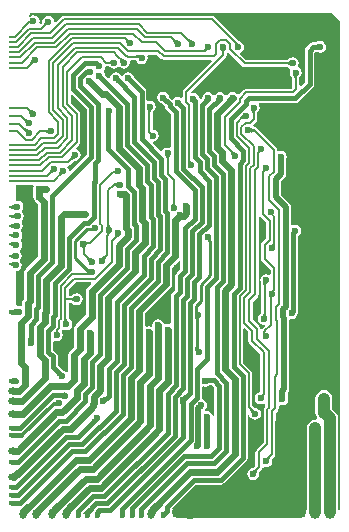
<source format=gbl>
G04*
G04 #@! TF.GenerationSoftware,Altium Limited,Altium Designer,20.0.10 (225)*
G04*
G04 Layer_Physical_Order=2*
G04 Layer_Color=16711680*
%FSLAX25Y25*%
%MOIN*%
G70*
G01*
G75*
%ADD10C,0.00984*%
%ADD11C,0.00787*%
%ADD62O,0.03937X0.05906*%
%ADD65O,0.03150X0.02362*%
%ADD66C,0.01968*%
%ADD67C,0.02362*%
%ADD68C,0.01575*%
%ADD69C,0.03937*%
%ADD70C,0.01181*%
%ADD73C,0.02362*%
%ADD74O,0.01575X0.00787*%
%ADD75O,0.02362X0.01575*%
%ADD76O,0.02362X0.03150*%
%ADD77O,0.44882X0.04331*%
%ADD78O,0.01575X0.02362*%
%ADD79O,1.00787X0.00787*%
%ADD80O,0.00787X1.60630*%
G04:AMPARAMS|DCode=81|XSize=7.87mil|YSize=47.24mil|CornerRadius=0mil|HoleSize=0mil|Usage=FLASHONLY|Rotation=45.000|XOffset=0mil|YOffset=0mil|HoleType=Round|Shape=Round|*
%AMOVALD81*
21,1,0.03937,0.00787,0.00000,0.00000,135.0*
1,1,0.00787,0.01392,-0.01392*
1,1,0.00787,-0.01392,0.01392*
%
%ADD81OVALD81*%

%ADD82C,0.07874*%
G36*
X13490Y164925D02*
X13373Y164930D01*
X13260Y164926D01*
X13151Y164913D01*
X13046Y164891D01*
X12945Y164861D01*
X12847Y164821D01*
X12754Y164773D01*
X12665Y164716D01*
X12579Y164649D01*
X12498Y164575D01*
X11981Y165172D01*
X12055Y165251D01*
X12122Y165335D01*
X12182Y165424D01*
X12235Y165517D01*
X12280Y165615D01*
X12319Y165717D01*
X12351Y165824D01*
X12375Y165935D01*
X12393Y166051D01*
X12404Y166171D01*
X13490Y164925D01*
D02*
G37*
G36*
X39832Y160397D02*
X39918Y160331D01*
X40007Y160276D01*
X40100Y160231D01*
X40196Y160196D01*
X40295Y160172D01*
X40397Y160157D01*
X40503Y160153D01*
X40612Y160160D01*
X40725Y160176D01*
X39780Y158819D01*
X39757Y158939D01*
X39728Y159055D01*
X39693Y159165D01*
X39654Y159272D01*
X39608Y159373D01*
X39557Y159470D01*
X39501Y159562D01*
X39439Y159649D01*
X39372Y159731D01*
X39299Y159809D01*
X39750Y160473D01*
X39832Y160397D01*
D02*
G37*
G36*
X60685Y160213D02*
X60769Y160146D01*
X60859Y160088D01*
X60952Y160038D01*
X61050Y159995D01*
X61152Y159960D01*
X61258Y159934D01*
X61368Y159915D01*
X61483Y159904D01*
X61602Y159901D01*
X60433Y158732D01*
X60430Y158851D01*
X60420Y158966D01*
X60401Y159077D01*
X60374Y159183D01*
X60340Y159285D01*
X60297Y159383D01*
X60247Y159476D01*
X60188Y159565D01*
X60122Y159650D01*
X60047Y159731D01*
X60604Y160287D01*
X60685Y160213D01*
D02*
G37*
G36*
X55763D02*
X55848Y160146D01*
X55937Y160088D01*
X56031Y160038D01*
X56128Y159995D01*
X56230Y159960D01*
X56337Y159934D01*
X56447Y159915D01*
X56562Y159904D01*
X56681Y159901D01*
X55512Y158732D01*
X55509Y158851D01*
X55498Y158966D01*
X55480Y159077D01*
X55453Y159183D01*
X55418Y159285D01*
X55376Y159383D01*
X55325Y159476D01*
X55267Y159565D01*
X55200Y159650D01*
X55126Y159731D01*
X55683Y160287D01*
X55763Y160213D01*
D02*
G37*
G36*
X76389Y159364D02*
X76468Y159297D01*
X76641Y159172D01*
X76733Y159114D01*
X76933Y159009D01*
X77039Y158961D01*
X77266Y158875D01*
X75778Y158154D01*
X75809Y158257D01*
X75828Y158357D01*
X75835Y158456D01*
X75830Y158552D01*
X75814Y158647D01*
X75785Y158739D01*
X75744Y158829D01*
X75691Y158917D01*
X75626Y159003D01*
X75549Y159087D01*
X76314Y159435D01*
X76389Y159364D01*
D02*
G37*
G36*
X103501Y156824D02*
X102806Y156814D01*
X102529Y158389D01*
X102664Y158389D01*
X103198Y158426D01*
X103242Y158437D01*
X103273Y158450D01*
X103291Y158465D01*
X103501Y156824D01*
D02*
G37*
G36*
X66936Y156574D02*
X66817Y156572D01*
X66703Y156561D01*
X66592Y156542D01*
X66486Y156516D01*
X66384Y156481D01*
X66286Y156438D01*
X66193Y156388D01*
X66104Y156329D01*
X66019Y156263D01*
X65938Y156188D01*
X65381Y156745D01*
X65456Y156826D01*
X65522Y156911D01*
X65581Y157000D01*
X65631Y157093D01*
X65674Y157191D01*
X65708Y157293D01*
X65735Y157399D01*
X65754Y157510D01*
X65764Y157624D01*
X65767Y157744D01*
X66936Y156574D01*
D02*
G37*
G36*
X72614Y156826D02*
X72541Y156737D01*
X72476Y156646D01*
X72419Y156552D01*
X72372Y156455D01*
X72333Y156356D01*
X72302Y156254D01*
X72281Y156150D01*
X72268Y156043D01*
X72263Y155933D01*
X71476D01*
X71472Y156043D01*
X71459Y156150D01*
X71437Y156254D01*
X71407Y156356D01*
X71368Y156455D01*
X71320Y156552D01*
X71264Y156646D01*
X71199Y156737D01*
X71125Y156826D01*
X71043Y156912D01*
X72697D01*
X72614Y156826D01*
D02*
G37*
G36*
X110925Y166004D02*
X110925Y3405D01*
X110266D01*
Y4188D01*
X110260Y4234D01*
Y33861D01*
X110165Y34580D01*
X109888Y35251D01*
X109446Y35826D01*
X108193Y37079D01*
Y40512D01*
X108098Y41231D01*
X107821Y41902D01*
X107379Y42477D01*
X106803Y42919D01*
X106133Y43197D01*
X105413Y43292D01*
X104694Y43197D01*
X104024Y42919D01*
X103448Y42477D01*
X103006Y41902D01*
X102728Y41231D01*
X102634Y40512D01*
Y35591D01*
X102728Y34871D01*
X103006Y34201D01*
X103257Y33874D01*
X102986Y33406D01*
X102658Y33449D01*
X101938Y33354D01*
X101268Y33077D01*
X100692Y32635D01*
X100250Y32059D01*
X99973Y31389D01*
X99878Y30669D01*
Y27461D01*
X99874Y27452D01*
X99779Y26733D01*
Y25551D01*
Y4318D01*
X99762Y4188D01*
Y3405D01*
X55129D01*
X54922Y3906D01*
X62758Y11741D01*
X71024D01*
X71024Y11741D01*
X71638Y11863D01*
X72159Y12211D01*
X79580Y19632D01*
X79580Y19632D01*
X79928Y20153D01*
X80050Y20768D01*
Y34995D01*
X80550Y35045D01*
X80626Y34665D01*
X81061Y34014D01*
X81712Y33579D01*
X82480Y33426D01*
X83248Y33579D01*
X83899Y34014D01*
X84335Y34665D01*
X84487Y35433D01*
X84335Y36201D01*
X83899Y36852D01*
X83248Y37287D01*
X82782Y37380D01*
X82717Y37403D01*
X82619Y37416D01*
X82550Y37430D01*
X82488Y37446D01*
X82432Y37464D01*
X82381Y37485D01*
X82335Y37508D01*
X82292Y37533D01*
X82253Y37560D01*
X81618Y38196D01*
Y48919D01*
X81526Y49380D01*
X81265Y49771D01*
X81265Y49771D01*
X78566Y52469D01*
Y63748D01*
X79028Y63939D01*
X80292Y62676D01*
Y59846D01*
X80292Y59846D01*
X80383Y59385D01*
X80645Y58994D01*
X84229Y55410D01*
Y42534D01*
X83582Y42406D01*
X82931Y41970D01*
X82496Y41319D01*
X82343Y40551D01*
X82496Y39783D01*
X82931Y39132D01*
X83582Y38697D01*
X84350Y38544D01*
X85118Y38697D01*
X85402Y38886D01*
X85902Y38619D01*
Y37962D01*
X85763Y37823D01*
X85502Y37432D01*
X85410Y36971D01*
X85410Y36971D01*
Y25915D01*
X83007Y23512D01*
X82746Y23121D01*
X82654Y22660D01*
X82654Y22660D01*
Y18191D01*
X81972Y17508D01*
X81928Y17476D01*
X81878Y17445D01*
X81824Y17415D01*
X81765Y17387D01*
X81710Y17364D01*
X81543Y17311D01*
X81453Y17289D01*
X81396Y17263D01*
X81122Y17209D01*
X80471Y16773D01*
X80036Y16122D01*
X79883Y15354D01*
X80036Y14586D01*
X80471Y13935D01*
X81122Y13500D01*
X81890Y13347D01*
X82658Y13500D01*
X83309Y13935D01*
X83744Y14586D01*
X83897Y15354D01*
X83827Y15705D01*
X83828Y15778D01*
X83814Y15851D01*
X83811Y15880D01*
X83811Y15900D01*
X83813Y15915D01*
X83815Y15926D01*
X83819Y15936D01*
X83825Y15950D01*
X83834Y15965D01*
X84710Y16840D01*
X84971Y17231D01*
X85010Y17427D01*
X85413Y17705D01*
X85562Y17710D01*
X86221Y17580D01*
X86989Y17732D01*
X87640Y18167D01*
X88075Y18819D01*
X88228Y19587D01*
X88144Y20005D01*
X88143Y20076D01*
X88127Y20146D01*
X88124Y20170D01*
X88124Y20185D01*
X88124Y20194D01*
X88125Y20200D01*
X88128Y20207D01*
X88133Y20217D01*
X88140Y20229D01*
X89040Y21130D01*
X89302Y21520D01*
X89393Y21981D01*
X89393Y21981D01*
Y35820D01*
X90025Y36452D01*
X90286Y36842D01*
X90377Y37303D01*
X90377Y37303D01*
Y38167D01*
X90691Y38334D01*
X90877Y38390D01*
X91585Y38249D01*
X92353Y38402D01*
X93004Y38837D01*
X93439Y39488D01*
X93592Y40256D01*
X93439Y41024D01*
X93353Y41152D01*
Y42374D01*
X93403Y42423D01*
X93795Y43009D01*
X93932Y43701D01*
Y66609D01*
X94432Y67019D01*
X94705Y66965D01*
X95474Y67117D01*
X96125Y67552D01*
X96560Y68204D01*
X96713Y68972D01*
X96697Y69048D01*
X96759Y69140D01*
X96881Y69755D01*
X96881Y69755D01*
Y94767D01*
X97285Y95038D01*
X97720Y95689D01*
X97873Y96457D01*
X97720Y97225D01*
X97285Y97876D01*
X96634Y98311D01*
X95866Y98464D01*
X95098Y98311D01*
X94964Y98221D01*
X94523Y98457D01*
Y104289D01*
X94385Y104980D01*
X93994Y105566D01*
X91176Y108383D01*
Y112900D01*
X92419Y114142D01*
X92811Y114728D01*
X92948Y115419D01*
Y120322D01*
X92996Y120393D01*
X93149Y121161D01*
X92996Y121930D01*
X92561Y122581D01*
X91910Y123016D01*
X91142Y123169D01*
X90385Y123018D01*
X90295Y123002D01*
X89885Y123289D01*
Y123524D01*
X89885Y123524D01*
X89794Y123985D01*
X89533Y124375D01*
X89533Y124375D01*
X83129Y130779D01*
X82738Y131040D01*
X82277Y131132D01*
X82029Y131299D01*
X81985Y131857D01*
X82882Y132754D01*
X83143Y133145D01*
X83235Y133606D01*
X83235Y133606D01*
Y135772D01*
X83242Y135809D01*
X83253Y135845D01*
X83267Y135881D01*
X83286Y135918D01*
X83309Y135957D01*
X83339Y135999D01*
X83365Y136031D01*
X83450Y136088D01*
X83885Y136739D01*
X84038Y137507D01*
X83885Y138275D01*
X83705Y138544D01*
X83972Y139044D01*
X95964D01*
X95965Y139044D01*
X96579Y139166D01*
X97100Y139514D01*
X101824Y144239D01*
X101824Y144239D01*
X102172Y144760D01*
X102295Y145374D01*
Y155831D01*
X102459Y155996D01*
X103318D01*
X103465Y155898D01*
X104233Y155745D01*
X105001Y155898D01*
X105652Y156333D01*
X106087Y156984D01*
X106240Y157752D01*
X106087Y158520D01*
X105652Y159171D01*
X105001Y159606D01*
X104233Y159759D01*
X103465Y159606D01*
X102869Y159208D01*
X102852Y159207D01*
X101794D01*
X101794Y159207D01*
X101180Y159085D01*
X100659Y158737D01*
X100659Y158737D01*
X99554Y157631D01*
X99206Y157111D01*
X99083Y156496D01*
X99083Y156496D01*
Y146039D01*
X97729Y144685D01*
X97267Y144876D01*
Y147380D01*
X97275Y147416D01*
X97286Y147453D01*
X97300Y147489D01*
X97318Y147526D01*
X97342Y147565D01*
X97371Y147606D01*
X97398Y147638D01*
X97482Y147695D01*
X97917Y148346D01*
X98070Y149114D01*
X97917Y149882D01*
X97482Y150533D01*
X96831Y150969D01*
X96735Y151200D01*
X96938Y151503D01*
X97090Y152271D01*
X96938Y153039D01*
X96503Y153690D01*
X95851Y154125D01*
X95083Y154278D01*
X94315Y154125D01*
X93664Y153690D01*
X93608Y153606D01*
X93575Y153579D01*
X93534Y153550D01*
X93495Y153526D01*
X93458Y153508D01*
X93422Y153494D01*
X93386Y153483D01*
X93349Y153475D01*
X79532D01*
X77591Y155417D01*
X77751Y155964D01*
X78309Y156336D01*
X78744Y156987D01*
X78897Y157755D01*
X78744Y158523D01*
X78309Y159175D01*
X77658Y159610D01*
X77521Y159637D01*
X77346Y159703D01*
X77285Y159730D01*
X77133Y159811D01*
X77089Y159838D01*
X76974Y159922D01*
X69136Y167760D01*
X68745Y168021D01*
X68284Y168113D01*
X68284Y168113D01*
X18730D01*
X18729Y168113D01*
X18269Y168021D01*
X17878Y167760D01*
X17878Y167760D01*
X16070Y165952D01*
X15793Y166039D01*
X15577Y166166D01*
X15437Y166870D01*
X15002Y167522D01*
X14351Y167957D01*
X13583Y168110D01*
X12815Y167957D01*
X12163Y167522D01*
X11728Y166870D01*
X11576Y166102D01*
X11582Y166068D01*
X11573Y166025D01*
X11558Y165974D01*
X11540Y165928D01*
X11521Y165886D01*
X11499Y165847D01*
X11474Y165811D01*
X11008Y165345D01*
X10547Y165591D01*
X10668Y166201D01*
X10516Y166969D01*
X10081Y167620D01*
X9430Y168055D01*
X8662Y168208D01*
X7893Y168055D01*
X7450Y167759D01*
X7130Y168147D01*
X7975Y168996D01*
X107933D01*
X110925Y166004D01*
D02*
G37*
G36*
X43581Y153576D02*
X43539Y153671D01*
X43489Y153755D01*
X43431Y153830D01*
X43365Y153895D01*
X43290Y153950D01*
X43208Y153995D01*
X43118Y154030D01*
X43019Y154055D01*
X42913Y154070D01*
X42798Y154075D01*
X42894Y154862D01*
X43049Y154865D01*
X43487Y154899D01*
X43624Y154919D01*
X43884Y154974D01*
X44007Y155008D01*
X44239Y155090D01*
X43581Y153576D01*
D02*
G37*
G36*
X37939Y153953D02*
X38023Y153886D01*
X38112Y153826D01*
X38205Y153773D01*
X38302Y153727D01*
X38405Y153688D01*
X38511Y153656D01*
X38623Y153630D01*
X38739Y153611D01*
X38859Y153600D01*
X37603Y152524D01*
X37609Y152641D01*
X37606Y152754D01*
X37594Y152863D01*
X37573Y152968D01*
X37543Y153069D01*
X37503Y153166D01*
X37455Y153260D01*
X37398Y153349D01*
X37332Y153434D01*
X37257Y153516D01*
X37860Y154027D01*
X37939Y153953D01*
D02*
G37*
G36*
X51154Y153834D02*
X51154Y153833D01*
X51544Y153572D01*
X52005Y153481D01*
X52005Y153481D01*
X67995D01*
X68186Y153019D01*
X58745Y143578D01*
X58484Y143187D01*
X58392Y142726D01*
X58392Y142726D01*
Y141099D01*
X57892Y140832D01*
X57658Y140988D01*
X56890Y141141D01*
X56122Y140988D01*
X55471Y140553D01*
X55259Y140236D01*
X54761Y140187D01*
X53812Y141136D01*
X53724Y141575D01*
X53289Y142226D01*
X52638Y142661D01*
X51870Y142814D01*
X51102Y142661D01*
X50451Y142226D01*
X50016Y141575D01*
X49863Y140807D01*
X50016Y140039D01*
X50451Y139388D01*
X51102Y138953D01*
X51523Y138869D01*
X51667Y138740D01*
X52557Y137850D01*
X52650Y137378D01*
X52999Y136857D01*
X54497Y135359D01*
Y124399D01*
X53997Y124122D01*
X53347Y124251D01*
X52578Y124098D01*
X51927Y123663D01*
X51530Y123069D01*
X51257Y122941D01*
X51023Y122870D01*
X48219Y125674D01*
X48379Y126038D01*
X48452Y126148D01*
X49193Y126295D01*
X49844Y126730D01*
X50279Y127382D01*
X50432Y128150D01*
X50279Y128918D01*
X49844Y129569D01*
X49193Y130004D01*
X48495Y130143D01*
Y136041D01*
X48500Y136067D01*
X48508Y136090D01*
X48518Y136112D01*
X48530Y136133D01*
X48547Y136156D01*
X48569Y136182D01*
X48599Y136212D01*
X48662Y136264D01*
X48683Y136289D01*
X48860Y136407D01*
X49295Y137058D01*
X49448Y137826D01*
X49295Y138594D01*
X48860Y139246D01*
X48209Y139681D01*
X47441Y139833D01*
X46791Y139704D01*
X46291Y139981D01*
Y142776D01*
X46291Y142776D01*
X46169Y143390D01*
X45820Y143911D01*
X45820Y143911D01*
X42075Y147657D01*
X42012Y147973D01*
X41577Y148624D01*
X40926Y149059D01*
X40157Y149212D01*
X39389Y149059D01*
X38738Y148624D01*
X38430Y148162D01*
X38315Y148135D01*
X37871Y148168D01*
X37517Y148698D01*
X36866Y149133D01*
X36097Y149286D01*
X35329Y149133D01*
X34678Y148698D01*
X34243Y148047D01*
X34123Y147443D01*
X33629Y147230D01*
X32451Y148408D01*
X32366Y148834D01*
X32081Y149261D01*
X32047Y149840D01*
X32482Y150491D01*
X32539Y150776D01*
X32787Y151236D01*
X33101Y151236D01*
X33815D01*
X33851Y151228D01*
X33888Y151217D01*
X33924Y151203D01*
X33961Y151185D01*
X34000Y151162D01*
X34041Y151132D01*
X34073Y151105D01*
X34130Y151021D01*
X34781Y150586D01*
X35549Y150433D01*
X36317Y150586D01*
X36815Y150918D01*
X37187Y150976D01*
X37496Y150911D01*
X38012Y150567D01*
X38780Y150414D01*
X39548Y150567D01*
X40199Y151002D01*
X40634Y151653D01*
X40787Y152421D01*
X40718Y152764D01*
X41129Y153264D01*
X42824D01*
X42831Y153228D01*
X43266Y152577D01*
X43917Y152142D01*
X44685Y151989D01*
X45453Y152142D01*
X46104Y152577D01*
X46539Y153228D01*
X46692Y153996D01*
X46558Y154673D01*
X46822Y155173D01*
X49814D01*
X51154Y153834D01*
D02*
G37*
G36*
X9142Y152323D02*
X9023Y152320D01*
X8908Y152309D01*
X8797Y152291D01*
X8691Y152264D01*
X8589Y152229D01*
X8491Y152187D01*
X8398Y152136D01*
X8309Y152078D01*
X8224Y152012D01*
X8143Y151937D01*
X7587Y152494D01*
X7661Y152574D01*
X7728Y152659D01*
X7786Y152748D01*
X7836Y152842D01*
X7879Y152939D01*
X7914Y153041D01*
X7940Y153148D01*
X7959Y153258D01*
X7970Y153373D01*
X7972Y153492D01*
X9142Y152323D01*
D02*
G37*
G36*
X34706Y151613D02*
X34619Y151696D01*
X34531Y151769D01*
X34439Y151834D01*
X34345Y151891D01*
X34249Y151938D01*
X34150Y151977D01*
X34048Y152007D01*
X33943Y152029D01*
X33836Y152042D01*
X33727Y152047D01*
Y152834D01*
X33836Y152838D01*
X33943Y152851D01*
X34048Y152873D01*
X34150Y152903D01*
X34249Y152942D01*
X34345Y152990D01*
X34439Y153046D01*
X34531Y153111D01*
X34619Y153185D01*
X34706Y153267D01*
Y151613D01*
D02*
G37*
G36*
X94240Y151444D02*
X94154Y151527D01*
X94065Y151600D01*
X93973Y151665D01*
X93879Y151722D01*
X93783Y151769D01*
X93684Y151808D01*
X93582Y151839D01*
X93478Y151860D01*
X93371Y151873D01*
X93261Y151877D01*
Y152665D01*
X93371Y152669D01*
X93478Y152682D01*
X93582Y152704D01*
X93684Y152734D01*
X93783Y152773D01*
X93879Y152821D01*
X93973Y152877D01*
X94065Y152942D01*
X94154Y153016D01*
X94240Y153098D01*
Y151444D01*
D02*
G37*
G36*
X96807Y148185D02*
X96734Y148096D01*
X96669Y148004D01*
X96613Y147910D01*
X96565Y147814D01*
X96526Y147715D01*
X96496Y147613D01*
X96474Y147509D01*
X96461Y147401D01*
X96457Y147292D01*
X95669D01*
X95665Y147401D01*
X95652Y147509D01*
X95630Y147613D01*
X95600Y147715D01*
X95561Y147814D01*
X95513Y147910D01*
X95457Y148004D01*
X95392Y148096D01*
X95319Y148185D01*
X95236Y148271D01*
X96890D01*
X96807Y148185D01*
D02*
G37*
G36*
X31698Y148046D02*
X31713Y148022D01*
X31738Y147989D01*
X31818Y147897D01*
X32193Y147509D01*
X31089Y146386D01*
X30993Y146481D01*
X30547Y146880D01*
X30531Y146885D01*
X31693Y148061D01*
X31698Y148046D01*
D02*
G37*
G36*
X37283Y147251D02*
X37298Y147227D01*
X37323Y147194D01*
X37403Y147100D01*
X37683Y146807D01*
X37778Y146712D01*
X36664Y145598D01*
X36109Y146098D01*
X37279Y147267D01*
X37283Y147251D01*
D02*
G37*
G36*
X41342Y147252D02*
X41358Y147233D01*
X41383Y147204D01*
X41744Y146830D01*
X41839Y146735D01*
X40814Y145533D01*
X40719Y145628D01*
X40286Y146008D01*
X40258Y146022D01*
X40239Y146027D01*
X41337Y147263D01*
X41342Y147252D01*
D02*
G37*
G36*
X73580Y156013D02*
X73602Y156000D01*
X78182Y151420D01*
X78572Y151159D01*
X79033Y151067D01*
X93349D01*
X93386Y151059D01*
X93422Y151049D01*
X93458Y151034D01*
X93495Y151016D01*
X93534Y150993D01*
X93575Y150963D01*
X93608Y150937D01*
X93664Y150852D01*
X94315Y150417D01*
X94411Y150185D01*
X94209Y149882D01*
X94056Y149114D01*
X94209Y148346D01*
X94644Y147695D01*
X94728Y147638D01*
X94755Y147606D01*
X94784Y147565D01*
X94808Y147526D01*
X94826Y147489D01*
X94840Y147453D01*
X94851Y147416D01*
X94859Y147380D01*
Y144031D01*
X94650Y143822D01*
X79626D01*
X79626Y143822D01*
X79165Y143731D01*
X78774Y143470D01*
X78774Y143470D01*
X77163Y141858D01*
X76665Y141907D01*
X76518Y142128D01*
X75867Y142563D01*
X75098Y142716D01*
X74330Y142563D01*
X73679Y142128D01*
X73115Y141563D01*
X73009Y141545D01*
X72518Y141637D01*
X72512Y141642D01*
X72187Y142128D01*
X71536Y142563D01*
X70768Y142716D01*
X70000Y142563D01*
X69349Y142128D01*
X69120Y141785D01*
X68518D01*
X68289Y142128D01*
X67638Y142563D01*
X66870Y142716D01*
X66102Y142563D01*
X65451Y142128D01*
X65016Y141477D01*
X64876Y140774D01*
X64865Y140761D01*
X64442Y140338D01*
X64392Y140341D01*
X63932Y140535D01*
X63813Y141132D01*
X63378Y141783D01*
X62727Y142218D01*
X61959Y142371D01*
X61575Y142295D01*
X61329Y142756D01*
X72721Y154148D01*
X72721Y154148D01*
X72982Y154539D01*
X73074Y155000D01*
Y155820D01*
X73553Y156025D01*
X73580Y156013D01*
D02*
G37*
G36*
X53056Y140780D02*
X53071Y140755D01*
X53096Y140722D01*
X53176Y140629D01*
X53456Y140336D01*
X53550Y140240D01*
X52437Y139127D01*
X51882Y139626D01*
X53051Y140795D01*
X53056Y140780D01*
D02*
G37*
G36*
X67009Y139536D02*
X66525Y139037D01*
X65215Y139954D01*
X65310Y140050D01*
X65662Y140454D01*
X65685Y140493D01*
X65698Y140524D01*
X65700Y140546D01*
X67009Y139536D01*
D02*
G37*
G36*
X70907Y139536D02*
X70423Y139037D01*
X69113Y139954D01*
X69208Y140050D01*
X69560Y140454D01*
X69583Y140493D01*
X69595Y140524D01*
X69598Y140546D01*
X70907Y139536D01*
D02*
G37*
G36*
X58062Y138949D02*
X58075Y138918D01*
X58098Y138879D01*
X58131Y138832D01*
X58174Y138777D01*
X58366Y138563D01*
X58544Y138380D01*
X57235Y137462D01*
X56751Y137961D01*
X58060Y138971D01*
X58062Y138949D01*
D02*
G37*
G36*
X48153Y136884D02*
X48064Y136811D01*
X47984Y136734D01*
X47914Y136652D01*
X47853Y136566D01*
X47801Y136476D01*
X47759Y136382D01*
X47726Y136283D01*
X47703Y136180D01*
X47689Y136073D01*
X47684Y135962D01*
X46897Y136070D01*
X46893Y136177D01*
X46881Y136283D01*
X46862Y136389D01*
X46835Y136493D01*
X46801Y136596D01*
X46759Y136698D01*
X46709Y136799D01*
X46651Y136899D01*
X46586Y136997D01*
X46513Y137095D01*
X48153Y136884D01*
D02*
G37*
G36*
X82775Y136577D02*
X82701Y136488D01*
X82637Y136397D01*
X82580Y136303D01*
X82533Y136206D01*
X82494Y136107D01*
X82463Y136005D01*
X82442Y135901D01*
X82429Y135794D01*
X82424Y135685D01*
X81637D01*
X81633Y135794D01*
X81620Y135901D01*
X81598Y136005D01*
X81568Y136107D01*
X81529Y136206D01*
X81481Y136303D01*
X81425Y136397D01*
X81360Y136488D01*
X81286Y136577D01*
X81204Y136663D01*
X82857D01*
X82775Y136577D01*
D02*
G37*
G36*
X7496Y136886D02*
X7581Y136820D01*
X7670Y136761D01*
X7763Y136711D01*
X7861Y136668D01*
X7963Y136634D01*
X8069Y136607D01*
X8179Y136588D01*
X8294Y136577D01*
X8414Y136575D01*
X7244Y135406D01*
X7242Y135525D01*
X7231Y135640D01*
X7212Y135750D01*
X7185Y135856D01*
X7151Y135958D01*
X7108Y136056D01*
X7058Y136149D01*
X6999Y136239D01*
X6933Y136323D01*
X6858Y136404D01*
X7415Y136961D01*
X7496Y136886D01*
D02*
G37*
G36*
X34448Y135355D02*
X34429Y135337D01*
X34413Y135306D01*
X34398Y135263D01*
X34385Y135206D01*
X34375Y135137D01*
X34359Y134959D01*
X34351Y134730D01*
X34350Y134596D01*
X32776Y135197D01*
X32847Y135768D01*
X34448Y135355D01*
D02*
G37*
G36*
X78855Y133761D02*
X78786Y133813D01*
X78714Y133851D01*
X78640Y133874D01*
X78565Y133882D01*
X78488Y133875D01*
X78408Y133854D01*
X78328Y133818D01*
X78245Y133767D01*
X78160Y133702D01*
X78073Y133621D01*
X77673Y134335D01*
X78644Y135302D01*
X78855Y133761D01*
D02*
G37*
G36*
X6157Y133755D02*
X6242Y133688D01*
X6331Y133630D01*
X6424Y133579D01*
X6522Y133537D01*
X6624Y133502D01*
X6730Y133475D01*
X6841Y133457D01*
X6956Y133446D01*
X7075Y133443D01*
X5906Y132274D01*
X5903Y132393D01*
X5892Y132508D01*
X5873Y132618D01*
X5847Y132725D01*
X5812Y132827D01*
X5770Y132924D01*
X5719Y133018D01*
X5661Y133107D01*
X5594Y133192D01*
X5520Y133272D01*
X6076Y133829D01*
X6157Y133755D01*
D02*
G37*
G36*
X81249Y130672D02*
X81337Y130598D01*
X81429Y130534D01*
X81523Y130477D01*
X81619Y130430D01*
X81718Y130391D01*
X81820Y130360D01*
X81925Y130339D01*
X82032Y130326D01*
X82141Y130321D01*
Y129534D01*
X82032Y129530D01*
X81925Y129517D01*
X81820Y129495D01*
X81718Y129465D01*
X81619Y129426D01*
X81523Y129378D01*
X81429Y129322D01*
X81337Y129257D01*
X81249Y129183D01*
X81162Y129101D01*
Y130754D01*
X81249Y130672D01*
D02*
G37*
G36*
X6035Y130536D02*
X6121Y130470D01*
X6210Y130414D01*
X6303Y130367D01*
X6400Y130329D01*
X6501Y130301D01*
X6605Y130283D01*
X6713Y130274D01*
X6825Y130274D01*
X6940Y130284D01*
X5912Y128989D01*
X5896Y129110D01*
X5873Y129226D01*
X5845Y129337D01*
X5809Y129444D01*
X5768Y129546D01*
X5720Y129643D01*
X5666Y129736D01*
X5605Y129824D01*
X5538Y129908D01*
X5465Y129986D01*
X5954Y130611D01*
X6035Y130536D01*
D02*
G37*
G36*
X13642Y128778D02*
X13555Y128860D01*
X13467Y128934D01*
X13375Y128998D01*
X13281Y129055D01*
X13185Y129102D01*
X13085Y129141D01*
X12984Y129172D01*
X12879Y129193D01*
X12772Y129206D01*
X12663Y129211D01*
Y129998D01*
X12772Y130002D01*
X12879Y130015D01*
X12984Y130037D01*
X13085Y130067D01*
X13185Y130106D01*
X13281Y130154D01*
X13375Y130210D01*
X13467Y130275D01*
X13555Y130349D01*
X13642Y130431D01*
Y128778D01*
D02*
G37*
G36*
X47635Y129498D02*
X47805Y129349D01*
X47853Y129315D01*
X47895Y129288D01*
X47932Y129269D01*
X47965Y129258D01*
X47993Y129254D01*
X48017Y129258D01*
X47317Y128558D01*
X47321Y128582D01*
X47317Y128610D01*
X47306Y128642D01*
X47287Y128680D01*
X47260Y128722D01*
X47226Y128770D01*
X47134Y128878D01*
X47012Y129006D01*
X47569Y129563D01*
X47635Y129498D01*
D02*
G37*
G36*
X75121Y122943D02*
X75202Y122876D01*
X75289Y122813D01*
X75380Y122756D01*
X75476Y122703D01*
X75577Y122656D01*
X75683Y122613D01*
X75793Y122575D01*
X76028Y122515D01*
X74636Y121622D01*
X74656Y121732D01*
X74666Y121839D01*
X74665Y121944D01*
X74653Y122045D01*
X74630Y122143D01*
X74597Y122238D01*
X74553Y122330D01*
X74498Y122419D01*
X74433Y122505D01*
X74357Y122588D01*
X75043Y123015D01*
X75121Y122943D01*
D02*
G37*
G36*
X54164Y121378D02*
X54096Y121283D01*
X54036Y121186D01*
X53983Y121087D01*
X53939Y120987D01*
X53903Y120885D01*
X53875Y120781D01*
X53855Y120676D01*
X53843Y120570D01*
X53839Y120462D01*
X53051Y120392D01*
X53047Y120502D01*
X53033Y120610D01*
X53010Y120713D01*
X52978Y120813D01*
X52937Y120909D01*
X52886Y121001D01*
X52827Y121090D01*
X52758Y121175D01*
X52680Y121257D01*
X52593Y121335D01*
X54241Y121472D01*
X54164Y121378D01*
D02*
G37*
G36*
X22540Y120548D02*
X22419Y120525D01*
X22304Y120496D01*
X22193Y120461D01*
X22087Y120421D01*
X21985Y120376D01*
X21889Y120325D01*
X21797Y120269D01*
X21709Y120207D01*
X21627Y120140D01*
X21549Y120067D01*
X20886Y120517D01*
X20962Y120600D01*
X21027Y120686D01*
X21082Y120775D01*
X21127Y120868D01*
X21162Y120964D01*
X21187Y121063D01*
X21201Y121165D01*
X21205Y121271D01*
X21199Y121380D01*
X21182Y121492D01*
X22540Y120548D01*
D02*
G37*
G36*
X26347Y137150D02*
Y121694D01*
X20993Y116340D01*
X20451Y116505D01*
X20358Y116969D01*
X19923Y117620D01*
X19857Y117664D01*
X20009Y118164D01*
X20293D01*
X20293Y118164D01*
X20754Y118256D01*
X21145Y118517D01*
X22197Y119568D01*
X22239Y119598D01*
X22285Y119627D01*
X22336Y119653D01*
X22392Y119678D01*
X22453Y119701D01*
X22521Y119722D01*
X22594Y119741D01*
X22694Y119760D01*
X22766Y119790D01*
X23111Y119858D01*
X23762Y120293D01*
X24197Y120945D01*
X24350Y121713D01*
X24197Y122481D01*
X23762Y123132D01*
X23111Y123567D01*
X23038Y123581D01*
X22893Y124060D01*
X23998Y125165D01*
X23998Y125165D01*
X24259Y125556D01*
X24351Y126017D01*
X24351Y126017D01*
Y135383D01*
X24351Y135383D01*
X24259Y135844D01*
X23998Y136234D01*
X23998Y136234D01*
X21185Y139048D01*
Y141659D01*
X21646Y141850D01*
X26347Y137150D01*
D02*
G37*
G36*
X15441Y115807D02*
X15322Y115804D01*
X15207Y115794D01*
X15096Y115775D01*
X14990Y115748D01*
X14888Y115714D01*
X14791Y115671D01*
X14697Y115621D01*
X14608Y115562D01*
X14523Y115496D01*
X14443Y115421D01*
X13886Y115978D01*
X13960Y116059D01*
X14027Y116144D01*
X14085Y116233D01*
X14136Y116326D01*
X14178Y116424D01*
X14213Y116526D01*
X14240Y116632D01*
X14258Y116742D01*
X14269Y116857D01*
X14272Y116976D01*
X15441Y115807D01*
D02*
G37*
G36*
X18492Y115020D02*
X18373Y115017D01*
X18258Y115006D01*
X18148Y114988D01*
X18041Y114961D01*
X17939Y114926D01*
X17842Y114884D01*
X17748Y114833D01*
X17659Y114775D01*
X17574Y114708D01*
X17494Y114634D01*
X16937Y115191D01*
X17011Y115271D01*
X17078Y115356D01*
X17136Y115445D01*
X17187Y115539D01*
X17230Y115636D01*
X17264Y115738D01*
X17291Y115845D01*
X17309Y115955D01*
X17320Y116070D01*
X17323Y116189D01*
X18492Y115020D01*
D02*
G37*
G36*
X36558Y111022D02*
X36472Y111104D01*
X36383Y111178D01*
X36292Y111242D01*
X36198Y111299D01*
X36101Y111346D01*
X36002Y111385D01*
X35900Y111416D01*
X35796Y111437D01*
X35689Y111450D01*
X35579Y111455D01*
Y112242D01*
X35689Y112247D01*
X35796Y112259D01*
X35900Y112281D01*
X36002Y112311D01*
X36101Y112350D01*
X36198Y112398D01*
X36292Y112454D01*
X36383Y112519D01*
X36472Y112593D01*
X36558Y112675D01*
Y111022D01*
D02*
G37*
G36*
X55811Y105714D02*
X55824Y105607D01*
X55846Y105503D01*
X55876Y105401D01*
X55915Y105302D01*
X55963Y105206D01*
X56019Y105112D01*
X56084Y105020D01*
X56158Y104931D01*
X56240Y104845D01*
X54587D01*
X54669Y104931D01*
X54742Y105020D01*
X54808Y105112D01*
X54864Y105206D01*
X54911Y105302D01*
X54950Y105401D01*
X54981Y105503D01*
X55002Y105607D01*
X55015Y105714D01*
X55020Y105824D01*
X55807D01*
X55811Y105714D01*
D02*
G37*
G36*
X2476Y103594D02*
X2403Y103652D01*
X2325Y103703D01*
X2242Y103749D01*
X2154Y103788D01*
X2060Y103822D01*
X1962Y103849D01*
X1858Y103870D01*
X1750Y103885D01*
X1636Y103895D01*
X1517Y103898D01*
X1426Y104882D01*
X1546Y104885D01*
X1659Y104896D01*
X1766Y104914D01*
X1867Y104939D01*
X1961Y104972D01*
X2049Y105011D01*
X2131Y105058D01*
X2207Y105112D01*
X2276Y105173D01*
X2339Y105242D01*
X2476Y103594D01*
D02*
G37*
G36*
X2617Y100430D02*
X2549Y100493D01*
X2475Y100550D01*
X2395Y100601D01*
X2310Y100644D01*
X2219Y100681D01*
X2122Y100711D01*
X2020Y100734D01*
X1912Y100751D01*
X1798Y100761D01*
X1679Y100765D01*
Y101749D01*
X1798Y101752D01*
X1912Y101762D01*
X2020Y101779D01*
X2122Y101802D01*
X2219Y101832D01*
X2310Y101869D01*
X2395Y101913D01*
X2475Y101963D01*
X2549Y102020D01*
X2617Y102083D01*
Y100430D01*
D02*
G37*
G36*
X33962Y98628D02*
X33976Y98521D01*
X34001Y98420D01*
X34035Y98325D01*
X34080Y98236D01*
X34134Y98153D01*
X34198Y98075D01*
X34271Y98004D01*
X34355Y97939D01*
X34448Y97879D01*
X32848Y97464D01*
X32909Y97571D01*
X33012Y97784D01*
X33053Y97890D01*
X33089Y97996D01*
X33118Y98101D01*
X33140Y98207D01*
X33156Y98312D01*
X33166Y98417D01*
X33169Y98522D01*
X33957Y98741D01*
X33962Y98628D01*
D02*
G37*
G36*
X2224Y97280D02*
X2155Y97344D01*
X2081Y97400D01*
X2001Y97451D01*
X1916Y97494D01*
X1825Y97531D01*
X1728Y97561D01*
X1626Y97585D01*
X1518Y97601D01*
X1404Y97611D01*
X1285Y97615D01*
Y98599D01*
X1404Y98602D01*
X1518Y98612D01*
X1626Y98629D01*
X1728Y98652D01*
X1825Y98683D01*
X1916Y98719D01*
X2001Y98763D01*
X2081Y98813D01*
X2155Y98870D01*
X2224Y98934D01*
Y97280D01*
D02*
G37*
G36*
X33854Y94915D02*
X33042Y95216D01*
X33126Y95305D01*
X33195Y95389D01*
X33249Y95468D01*
X33288Y95541D01*
X33311Y95610D01*
X33320Y95673D01*
X33313Y95731D01*
X33291Y95784D01*
X33254Y95832D01*
X33202Y95874D01*
X34664Y95990D01*
X33854Y94915D01*
D02*
G37*
G36*
X96160Y95313D02*
X96142Y95301D01*
X96125Y95276D01*
X96111Y95237D01*
X96098Y95184D01*
X96087Y95118D01*
X96072Y94945D01*
X96064Y94718D01*
X96063Y94583D01*
X94488Y94725D01*
X94744Y96089D01*
X96160Y95313D01*
D02*
G37*
G36*
X2125Y94130D02*
X2057Y94194D01*
X1983Y94251D01*
X1903Y94301D01*
X1818Y94345D01*
X1727Y94381D01*
X1630Y94411D01*
X1527Y94435D01*
X1419Y94451D01*
X1306Y94462D01*
X1186Y94465D01*
Y95449D01*
X1306Y95452D01*
X1419Y95463D01*
X1527Y95479D01*
X1630Y95503D01*
X1727Y95533D01*
X1818Y95570D01*
X1903Y95613D01*
X1983Y95663D01*
X2057Y95720D01*
X2125Y95784D01*
Y94130D01*
D02*
G37*
G36*
X37310Y94656D02*
X37195Y94613D01*
X36980Y94517D01*
X36879Y94464D01*
X36690Y94350D01*
X36603Y94289D01*
X36441Y94157D01*
X36367Y94086D01*
X35586Y94419D01*
X35663Y94503D01*
X35728Y94589D01*
X35780Y94677D01*
X35821Y94767D01*
X35849Y94859D01*
X35865Y94952D01*
X35869Y95048D01*
X35860Y95145D01*
X35839Y95244D01*
X35807Y95345D01*
X37310Y94656D01*
D02*
G37*
G36*
X1842Y91293D02*
X1808Y91369D01*
X1764Y91437D01*
X1712Y91497D01*
X1649Y91549D01*
X1576Y91593D01*
X1494Y91629D01*
X1402Y91657D01*
X1301Y91677D01*
X1190Y91689D01*
X1069Y91693D01*
X1170Y92677D01*
X1374Y92678D01*
X2276Y92733D01*
X2373Y92751D01*
X2454Y92770D01*
X2520Y92792D01*
X1842Y91293D01*
D02*
G37*
G36*
X89255Y91948D02*
X89184Y91870D01*
X89126Y91791D01*
X89080Y91710D01*
X89047Y91629D01*
X89028Y91546D01*
X89021Y91463D01*
X89026Y91378D01*
X89045Y91292D01*
X89077Y91205D01*
X89121Y91117D01*
X87572Y91590D01*
X87658Y91636D01*
X87749Y91691D01*
X87944Y91827D01*
X88049Y91908D01*
X88390Y92205D01*
X88640Y92447D01*
X89255Y91948D01*
D02*
G37*
G36*
X25712Y93080D02*
X25925Y92978D01*
X26032Y92936D01*
X26138Y92901D01*
X26243Y92872D01*
X26349Y92850D01*
X26454Y92834D01*
X26559Y92824D01*
X26664Y92821D01*
X26886Y92034D01*
X26773Y92029D01*
X26666Y92014D01*
X26565Y91989D01*
X26470Y91955D01*
X26381Y91911D01*
X26298Y91856D01*
X26221Y91793D01*
X26150Y91719D01*
X26085Y91635D01*
X26078Y91623D01*
X26028Y91440D01*
X26006Y91340D01*
X25960Y91031D01*
X25952Y90925D01*
X25945Y90709D01*
X25158Y90247D01*
X25153Y90362D01*
X25138Y90469D01*
X25113Y90566D01*
X25079Y90654D01*
X25034Y90733D01*
X24980Y90804D01*
X24915Y90865D01*
X24841Y90917D01*
X24757Y90960D01*
X24663Y90994D01*
X25993Y91670D01*
X25605Y93141D01*
X25712Y93080D01*
D02*
G37*
G36*
X1753Y87427D02*
X1736Y87444D01*
X1708Y87460D01*
X1668Y87474D01*
X1616Y87486D01*
X1553Y87496D01*
X1394Y87511D01*
X1189Y87519D01*
X1069Y87520D01*
Y88504D01*
X1182Y88505D01*
X1525Y88530D01*
X1584Y88541D01*
X1633Y88555D01*
X1671Y88570D01*
X1698Y88588D01*
X1714Y88608D01*
X1753Y87427D01*
D02*
G37*
G36*
X32912Y87631D02*
X32837Y87549D01*
X32771Y87463D01*
X32714Y87374D01*
X32666Y87281D01*
X32628Y87184D01*
X32599Y87083D01*
X32579Y86978D01*
X32568Y86870D01*
X32566Y86757D01*
X32574Y86641D01*
X31302Y87697D01*
X31422Y87711D01*
X31538Y87731D01*
X31649Y87758D01*
X31756Y87791D01*
X31858Y87831D01*
X31956Y87878D01*
X32049Y87932D01*
X32137Y87992D01*
X32221Y88059D01*
X32300Y88132D01*
X32912Y87631D01*
D02*
G37*
G36*
X27122Y87589D02*
X27206Y87522D01*
X27296Y87464D01*
X27389Y87413D01*
X27487Y87371D01*
X27589Y87336D01*
X27695Y87309D01*
X27805Y87291D01*
X27920Y87280D01*
X28039Y87277D01*
X26870Y86108D01*
X26867Y86227D01*
X26857Y86342D01*
X26838Y86453D01*
X26811Y86559D01*
X26777Y86661D01*
X26734Y86758D01*
X26684Y86852D01*
X26625Y86941D01*
X26559Y87026D01*
X26484Y87106D01*
X27041Y87663D01*
X27122Y87589D01*
D02*
G37*
G36*
X1602Y84651D02*
X1586Y84702D01*
X1562Y84748D01*
X1529Y84789D01*
X1488Y84824D01*
X1439Y84854D01*
X1382Y84878D01*
X1316Y84897D01*
X1242Y84910D01*
X1160Y84918D01*
X1069Y84921D01*
X1425Y85905D01*
X1558Y85906D01*
X2203Y85949D01*
X2231Y85960D01*
X1602Y84651D01*
D02*
G37*
G36*
X26665Y83878D02*
X26752Y83807D01*
X26836Y83750D01*
X26916Y83706D01*
X26993Y83676D01*
X27067Y83660D01*
X27138Y83657D01*
X27205Y83669D01*
X27270Y83693D01*
X27331Y83732D01*
X27041Y82184D01*
X26032Y83113D01*
X26575Y83963D01*
X26665Y83878D01*
D02*
G37*
G36*
X84286Y101218D02*
X86197Y99307D01*
Y93904D01*
X84881Y92588D01*
X84620Y92197D01*
X84528Y91737D01*
X84528Y91737D01*
Y87161D01*
X84528Y87161D01*
X84620Y86700D01*
X84881Y86310D01*
X87772Y83419D01*
Y81912D01*
X87272Y81645D01*
X86989Y81835D01*
X86221Y81987D01*
X85452Y81835D01*
X84801Y81400D01*
X84366Y80748D01*
X84214Y79980D01*
X84366Y79212D01*
X84411Y79145D01*
X84433Y79081D01*
X84452Y79009D01*
X84495Y78797D01*
X84507Y78710D01*
X84530Y78399D01*
Y68997D01*
X84527Y68983D01*
X84523Y68972D01*
X84520Y68966D01*
X84517Y68961D01*
X84511Y68954D01*
X84500Y68944D01*
X84481Y68928D01*
X84420Y68891D01*
X84368Y68841D01*
X84014Y68604D01*
X83579Y67953D01*
X83426Y67185D01*
X83579Y66417D01*
X84014Y65766D01*
X84665Y65331D01*
X85433Y65178D01*
X85571Y65205D01*
X85817Y64745D01*
X84792Y63720D01*
X84775Y63694D01*
X84310Y63818D01*
X84272Y63841D01*
X84184Y64288D01*
X83922Y64679D01*
X83922Y64679D01*
X81716Y66885D01*
Y72828D01*
X83369Y74481D01*
X83369Y74481D01*
X83630Y74871D01*
X83721Y75332D01*
X83721Y75332D01*
Y101164D01*
X84221Y101316D01*
X84286Y101218D01*
D02*
G37*
G36*
X86627Y78871D02*
X86532Y78831D01*
X86447Y78782D01*
X86373Y78725D01*
X86308Y78659D01*
X86253Y78586D01*
X86208Y78504D01*
X86173Y78414D01*
X86148Y78316D01*
X86133Y78209D01*
X86128Y78094D01*
X85341Y78195D01*
X85338Y78353D01*
X85306Y78796D01*
X85286Y78933D01*
X85234Y79193D01*
X85202Y79315D01*
X85123Y79543D01*
X86627Y78871D01*
D02*
G37*
G36*
X22189Y72799D02*
X22103Y72881D01*
X22014Y72955D01*
X21923Y73020D01*
X21829Y73076D01*
X21732Y73124D01*
X21633Y73163D01*
X21531Y73193D01*
X21427Y73215D01*
X21320Y73228D01*
X21210Y73232D01*
Y74019D01*
X21320Y74024D01*
X21427Y74037D01*
X21531Y74058D01*
X21633Y74089D01*
X21732Y74128D01*
X21829Y74175D01*
X21923Y74231D01*
X22014Y74296D01*
X22103Y74370D01*
X22189Y74452D01*
Y72799D01*
D02*
G37*
G36*
X27866Y78768D02*
X26731Y77633D01*
X26296Y76982D01*
X26143Y76214D01*
Y68533D01*
X22794Y65184D01*
X22358Y64533D01*
X22206Y63765D01*
Y57817D01*
X20825Y56437D01*
X20390Y55785D01*
X20237Y55017D01*
Y49344D01*
X19737Y49193D01*
X19629Y49355D01*
X18978Y49790D01*
X18557Y49873D01*
X18413Y50003D01*
X16763Y51653D01*
Y54586D01*
X16763Y54586D01*
X16641Y55201D01*
X16293Y55722D01*
X16293Y55722D01*
X15188Y56826D01*
Y59460D01*
X15688Y59737D01*
X16339Y59607D01*
X17107Y59760D01*
X17758Y60195D01*
X18193Y60846D01*
X18346Y61614D01*
X18193Y62382D01*
X18003Y62666D01*
X18076Y63151D01*
X18143Y63252D01*
X18785Y63424D01*
X18819Y63402D01*
X19587Y63249D01*
X20355Y63402D01*
X21006Y63837D01*
X21441Y64488D01*
X21594Y65256D01*
X21441Y66024D01*
X21006Y66675D01*
X20661Y66906D01*
X20608Y66956D01*
X20548Y66995D01*
X20528Y67010D01*
X20516Y67021D01*
X20510Y67029D01*
X20506Y67035D01*
X20503Y67041D01*
X20499Y67053D01*
X20496Y67067D01*
Y72421D01*
X21298D01*
X21335Y72414D01*
X21371Y72403D01*
X21407Y72389D01*
X21444Y72370D01*
X21483Y72347D01*
X21525Y72318D01*
X21557Y72291D01*
X21613Y72206D01*
X22264Y71771D01*
X23033Y71619D01*
X23801Y71771D01*
X24452Y72206D01*
X24887Y72858D01*
X25040Y73626D01*
X24887Y74394D01*
X24452Y75045D01*
X23801Y75480D01*
X23033Y75633D01*
X22264Y75480D01*
X21613Y75045D01*
X21557Y74960D01*
X21525Y74933D01*
X21483Y74904D01*
X21444Y74881D01*
X21407Y74862D01*
X21371Y74848D01*
X21335Y74837D01*
X21298Y74830D01*
X20496D01*
Y76962D01*
X22764Y79230D01*
X27674D01*
X27866Y78768D01*
D02*
G37*
G36*
X8669Y111327D02*
X8527Y111115D01*
X8375Y110347D01*
X8524Y109593D01*
Y107736D01*
X8677Y106968D01*
X9112Y106317D01*
X10198Y105232D01*
Y87909D01*
X6061Y83772D01*
X5626Y83121D01*
X5473Y82353D01*
Y73856D01*
X5052Y73226D01*
X4900Y72458D01*
Y71597D01*
X4400Y71325D01*
X3740Y71456D01*
X3453Y71399D01*
X2953Y71809D01*
Y82934D01*
X3524Y83047D01*
X4175Y83482D01*
X4610Y84133D01*
X4763Y84902D01*
X4610Y85670D01*
X4309Y86120D01*
X4216Y86476D01*
X4309Y86833D01*
X4610Y87283D01*
X4763Y88051D01*
X4610Y88819D01*
X4175Y89470D01*
X4122Y89506D01*
Y90107D01*
X4372Y90274D01*
X4807Y90925D01*
X4960Y91693D01*
X4807Y92461D01*
X4458Y92983D01*
X4388Y93538D01*
X4823Y94189D01*
X4976Y94957D01*
X4823Y95725D01*
X4388Y96376D01*
X4590Y96843D01*
X4922Y97339D01*
X5074Y98107D01*
X4922Y98875D01*
X4742Y99144D01*
X4866Y99828D01*
X4880Y99837D01*
X5315Y100488D01*
X5468Y101257D01*
X5315Y102025D01*
X4880Y102676D01*
X4829Y103311D01*
X5102Y103720D01*
X5255Y104488D01*
X5102Y105256D01*
X4667Y105907D01*
X4016Y106342D01*
X3248Y106495D01*
X2953Y106738D01*
Y111827D01*
X8402D01*
X8669Y111327D01*
D02*
G37*
G36*
X96063Y70715D02*
X95823Y69353D01*
X94389Y70109D01*
X94407Y70122D01*
X94424Y70148D01*
X94439Y70187D01*
X94452Y70240D01*
X94463Y70306D01*
X94479Y70480D01*
X94487Y70707D01*
X94488Y70841D01*
X96063Y70715D01*
D02*
G37*
G36*
X63389Y70132D02*
X63401Y70020D01*
X63419Y69920D01*
X63445Y69832D01*
X63479Y69756D01*
X63520Y69692D01*
X63568Y69640D01*
X63624Y69600D01*
X63687Y69573D01*
X63758Y69557D01*
X62456Y68669D01*
X62402Y70039D01*
X63386Y70256D01*
X63389Y70132D01*
D02*
G37*
G36*
X2897Y68622D02*
X2882Y68630D01*
X2854Y68636D01*
X2813Y68642D01*
X2691Y68652D01*
X2286Y68661D01*
X2151Y68661D01*
Y70236D01*
X2897Y70276D01*
Y68622D01*
D02*
G37*
G36*
X86128Y68849D02*
X86131Y68744D01*
X86141Y68639D01*
X86157Y68534D01*
X86179Y68428D01*
X86208Y68323D01*
X86243Y68217D01*
X86285Y68110D01*
X86387Y67897D01*
X86448Y67790D01*
X84849Y68212D01*
X84942Y68270D01*
X85026Y68335D01*
X85100Y68406D01*
X85164Y68484D01*
X85218Y68566D01*
X85262Y68655D01*
X85296Y68750D01*
X85321Y68851D01*
X85336Y68958D01*
X85341Y69071D01*
X86128Y68849D01*
D02*
G37*
G36*
X63982Y67267D02*
X63906Y67235D01*
X63838Y67193D01*
X63778Y67141D01*
X63726Y67079D01*
X63682Y67007D01*
X63647Y66925D01*
X63618Y66833D01*
X63599Y66730D01*
X63587Y66618D01*
X63583Y66496D01*
X62598Y67055D01*
X62597Y67181D01*
X62563Y67694D01*
X62550Y67773D01*
X62518Y67909D01*
X62499Y67965D01*
X63982Y67267D01*
D02*
G37*
G36*
X19690Y67029D02*
X19705Y66922D01*
X19729Y66821D01*
X19764Y66725D01*
X19808Y66636D01*
X19862Y66553D01*
X19926Y66476D01*
X19999Y66404D01*
X20083Y66339D01*
X20176Y66279D01*
X18575Y65866D01*
X18636Y65973D01*
X18740Y66186D01*
X18782Y66292D01*
X18817Y66398D01*
X18846Y66503D01*
X18869Y66609D01*
X18885Y66714D01*
X18894Y66819D01*
X18898Y66924D01*
X19685Y67141D01*
X19690Y67029D01*
D02*
G37*
G36*
X57650Y86237D02*
Y83636D01*
X56463Y82449D01*
X56114Y81928D01*
X55992Y81314D01*
X55992Y81314D01*
Y76767D01*
X54967Y75742D01*
X54619Y75221D01*
X54497Y74606D01*
X54497Y74606D01*
Y65599D01*
X53997Y65323D01*
X53347Y65452D01*
X53347Y65452D01*
X53347Y65452D01*
X52578Y65299D01*
X52556Y65284D01*
X52094Y65475D01*
X52051Y65689D01*
X51616Y66341D01*
X50965Y66776D01*
X50197Y66928D01*
X49429Y66776D01*
X48778Y66341D01*
X48343Y65689D01*
X48190Y64921D01*
Y64719D01*
X47690Y64438D01*
X47047Y64566D01*
X47047D01*
X46405Y64438D01*
X45905Y64719D01*
Y68859D01*
X54273Y77228D01*
X54709Y77879D01*
X54861Y78647D01*
Y84156D01*
X57150Y86444D01*
X57650Y86237D01*
D02*
G37*
G36*
X16832Y63116D02*
X16854Y62811D01*
X16864Y62758D01*
X16876Y62714D01*
X16889Y62681D01*
X16905Y62656D01*
X16922Y62641D01*
X15935Y62724D01*
X15955Y62736D01*
X15974Y62757D01*
X15990Y62785D01*
X16004Y62822D01*
X16017Y62867D01*
X16026Y62920D01*
X16034Y62982D01*
X16043Y63130D01*
X16044Y63216D01*
X16831D01*
X16832Y63116D01*
D02*
G37*
G36*
X86050Y62645D02*
X85314Y62234D01*
X85250Y62858D01*
X86038Y62868D01*
X86050Y62645D01*
D02*
G37*
G36*
X8504Y59916D02*
X6850D01*
X6858Y59930D01*
X6865Y59958D01*
X6870Y59999D01*
X6880Y60121D01*
X6889Y60527D01*
X6890Y60661D01*
X8465D01*
X8504Y59916D01*
D02*
G37*
G36*
X63586Y57629D02*
X63598Y57517D01*
X63618Y57416D01*
X63645Y57326D01*
X63681Y57246D01*
X63724Y57177D01*
X63775Y57119D01*
X63834Y57072D01*
X63901Y57036D01*
X63975Y57010D01*
X62559Y56234D01*
X62566Y56270D01*
X62573Y56327D01*
X62584Y56510D01*
X62598Y57598D01*
X63583Y57752D01*
X63586Y57629D01*
D02*
G37*
G36*
X18198Y49116D02*
X17029Y47947D01*
X17024Y47963D01*
X17009Y47987D01*
X16984Y48020D01*
X16904Y48114D01*
X16624Y48407D01*
X16529Y48502D01*
X17643Y49616D01*
X18198Y49116D01*
D02*
G37*
G36*
X66731Y47350D02*
X66754Y47348D01*
X67185Y47343D01*
X67441Y47343D01*
X67614Y45768D01*
X67480Y45767D01*
X66947Y45736D01*
X66904Y45727D01*
X66873Y45716D01*
X66856Y45704D01*
X66721Y47352D01*
X66731Y47350D01*
D02*
G37*
G36*
X68965Y44177D02*
Y37540D01*
X68965Y37540D01*
X68965Y37539D01*
Y34788D01*
X68465Y34739D01*
X68390Y35118D01*
X67955Y35770D01*
X67304Y36205D01*
X66535Y36358D01*
X65946Y36240D01*
X65751Y36711D01*
X65986Y36868D01*
X66421Y37519D01*
X66574Y38287D01*
X66421Y39055D01*
X65986Y39707D01*
X65335Y40142D01*
X64681Y40272D01*
X64795Y40841D01*
Y44307D01*
X65295Y44582D01*
X65948Y44452D01*
X66716Y44605D01*
X67231Y44949D01*
X67247Y44949D01*
X68193D01*
X68965Y44177D01*
D02*
G37*
G36*
X85711Y41672D02*
X85641Y41598D01*
X85581Y41523D01*
X85531Y41450D01*
X85491Y41377D01*
X85461Y41305D01*
X85441Y41233D01*
X85431Y41162D01*
X85431Y41092D01*
X85441Y41022D01*
X85461Y40953D01*
X84310Y41732D01*
X84383Y41739D01*
X84458Y41754D01*
X84535Y41779D01*
X84613Y41813D01*
X84694Y41855D01*
X84777Y41906D01*
X84861Y41967D01*
X84948Y42036D01*
X85127Y42201D01*
X85711Y41672D01*
D02*
G37*
G36*
X18407Y42024D02*
X18024Y40939D01*
X18007Y40959D01*
X17978Y40976D01*
X17936Y40992D01*
X17880Y41006D01*
X17811Y41017D01*
X17635Y41034D01*
X17406Y41042D01*
X17272Y41043D01*
X18407Y42024D01*
X18575Y42498D01*
X18624Y42520D01*
X18725Y42559D01*
X18776Y42575D01*
X18880Y42599D01*
X18933Y42607D01*
X19040Y42617D01*
X19094Y42618D01*
X18407Y42024D01*
D02*
G37*
G36*
X60164Y40600D02*
X59664Y40045D01*
X58495Y41214D01*
X58511Y41219D01*
X58535Y41234D01*
X58568Y41259D01*
X58661Y41339D01*
X58955Y41618D01*
X59050Y41714D01*
X60164Y40600D01*
D02*
G37*
G36*
X33570Y40292D02*
X33071Y39737D01*
X31902Y40906D01*
X31917Y40911D01*
X31941Y40926D01*
X31975Y40951D01*
X32068Y41031D01*
X32361Y41311D01*
X32457Y41406D01*
X33570Y40292D01*
D02*
G37*
G36*
X59303Y39175D02*
X59296Y39147D01*
X59290Y39106D01*
X59281Y38984D01*
X59271Y38579D01*
X59271Y38444D01*
X57696D01*
X57657Y39190D01*
X59310D01*
X59303Y39175D01*
D02*
G37*
G36*
X81690Y36983D02*
X81773Y36916D01*
X81861Y36855D01*
X81954Y36801D01*
X82051Y36753D01*
X82153Y36711D01*
X82260Y36676D01*
X82371Y36647D01*
X82487Y36624D01*
X82608Y36607D01*
X81309Y35584D01*
X81319Y35699D01*
X81320Y35811D01*
X81311Y35919D01*
X81293Y36023D01*
X81265Y36123D01*
X81228Y36220D01*
X81181Y36313D01*
X81125Y36402D01*
X81059Y36488D01*
X80984Y36570D01*
X81611Y37056D01*
X81690Y36983D01*
D02*
G37*
G36*
X29713Y32776D02*
X29697Y32771D01*
X29673Y32756D01*
X29640Y32731D01*
X29546Y32651D01*
X29253Y32371D01*
X29158Y32276D01*
X28044Y33390D01*
X28543Y33945D01*
X29713Y32776D01*
D02*
G37*
G36*
X87620Y20855D02*
X87543Y20772D01*
X87478Y20686D01*
X87424Y20597D01*
X87381Y20505D01*
X87349Y20411D01*
X87329Y20314D01*
X87320Y20215D01*
X87322Y20112D01*
X87335Y20007D01*
X87359Y19899D01*
X85931Y20732D01*
X86049Y20764D01*
X86273Y20843D01*
X86377Y20889D01*
X86477Y20939D01*
X86572Y20993D01*
X86662Y21052D01*
X86748Y21115D01*
X86829Y21183D01*
X86905Y21254D01*
X87620Y20855D01*
D02*
G37*
G36*
X83315Y16591D02*
X83239Y16508D01*
X83173Y16422D01*
X83119Y16333D01*
X83075Y16241D01*
X83042Y16147D01*
X83020Y16048D01*
X83008Y15948D01*
X83008Y15844D01*
X83018Y15737D01*
X83039Y15627D01*
X81640Y16509D01*
X81760Y16537D01*
X81985Y16610D01*
X82090Y16653D01*
X82191Y16701D01*
X82287Y16754D01*
X82378Y16811D01*
X82464Y16874D01*
X82546Y16941D01*
X82623Y17014D01*
X83315Y16591D01*
D02*
G37*
G36*
X5622Y15854D02*
X3271Y13638D01*
X1158Y15366D01*
X1313Y15401D01*
X1486Y15465D01*
X1676Y15561D01*
X1884Y15686D01*
X2110Y15842D01*
X2615Y16245D01*
X3190Y16769D01*
X3504Y17077D01*
X5622Y15854D01*
D02*
G37*
G36*
X50760Y4208D02*
X50476Y3911D01*
X49985Y3316D01*
X49778Y3018D01*
X49597Y2720D01*
X49442Y2421D01*
X49312Y2123D01*
X49209Y1824D01*
X49130Y1525D01*
X49078Y1225D01*
X47350Y3339D01*
X47122Y3263D01*
X46985Y3262D01*
X46938Y3335D01*
X46982Y3483D01*
X47117Y3705D01*
X47342Y4002D01*
X47657Y4374D01*
X49146Y5935D01*
X50760Y4208D01*
D02*
G37*
G36*
X22429Y4086D02*
X22139Y3783D01*
X21638Y3189D01*
X21428Y2898D01*
X21244Y2610D01*
X21088Y2326D01*
X20958Y2045D01*
X20856Y1768D01*
X20780Y1495D01*
X20732Y1225D01*
X19003Y3339D01*
X18819Y3280D01*
X18718Y3292D01*
X18699Y3373D01*
X18764Y3523D01*
X18912Y3744D01*
X19143Y4034D01*
X19854Y4825D01*
X20897Y5894D01*
X22429Y4086D01*
D02*
G37*
G36*
X17816Y3927D02*
X17518Y3619D01*
X17007Y3028D01*
X16794Y2746D01*
X16609Y2471D01*
X16452Y2205D01*
X16323Y1948D01*
X16222Y1698D01*
X16150Y1458D01*
X16106Y1225D01*
X14377Y3339D01*
X14247Y3302D01*
X14190Y3328D01*
X14208Y3419D01*
X14299Y3574D01*
X14463Y3792D01*
X14702Y4075D01*
X15859Y5305D01*
X16392Y5844D01*
X17816Y3927D01*
D02*
G37*
G36*
X12501Y3803D02*
X12200Y3493D01*
X11470Y2633D01*
X11284Y2369D01*
X11128Y2117D01*
X11000Y1877D01*
X10901Y1648D01*
X10832Y1431D01*
X10791Y1225D01*
X9062Y3339D01*
X8971Y3317D01*
X8946Y3354D01*
X8987Y3451D01*
X9096Y3607D01*
X9271Y3822D01*
X10197Y4825D01*
X11147Y5790D01*
X12501Y3803D01*
D02*
G37*
G36*
X7875Y3632D02*
X7569Y3319D01*
X6831Y2476D01*
X6645Y2228D01*
X6363Y1778D01*
X6267Y1578D01*
X6201Y1393D01*
X6165Y1225D01*
X4436Y3339D01*
X4398Y3338D01*
X4417Y3390D01*
X4493Y3495D01*
X4626Y3653D01*
X5727Y4816D01*
X6619Y5715D01*
X7875Y3632D01*
D02*
G37*
G36*
X28268Y3243D02*
X28064Y3029D01*
X27882Y2816D01*
X27721Y2603D01*
X27581Y2391D01*
X27463Y2180D01*
X27367Y1970D01*
X27292Y1760D01*
X27238Y1552D01*
X27206Y1344D01*
X27195Y1137D01*
X25846Y2483D01*
X25552Y2297D01*
X25353Y2194D01*
X25248Y2173D01*
X25237Y2236D01*
X25320Y2381D01*
X25497Y2609D01*
X25768Y2919D01*
X27146Y4348D01*
X28268Y3243D01*
D02*
G37*
G36*
X53712Y2351D02*
X53476Y2113D01*
X52551Y1066D01*
X52524Y1005D01*
X52522Y967D01*
X51778Y2715D01*
X51797Y2720D01*
X51829Y2741D01*
X51876Y2777D01*
X52012Y2896D01*
X52599Y3465D01*
X53712Y2351D01*
D02*
G37*
D10*
X66736Y93825D02*
X67424Y93136D01*
X66736Y93825D02*
Y94197D01*
X64389Y78501D02*
X67424Y81536D01*
Y93136D01*
X22539Y87303D02*
X27461Y82381D01*
X62894Y71506D02*
X64389Y73001D01*
X62894Y68307D02*
X62894Y68307D01*
X62894Y68307D02*
Y71506D01*
X63090Y67874D02*
X63602Y68386D01*
X63417Y56193D02*
Y56503D01*
X63090Y56830D02*
Y67874D01*
Y56830D02*
X63417Y56503D01*
X27461Y82381D02*
X27876Y82797D01*
X64389Y73001D02*
Y78501D01*
X27861Y96971D02*
X29033D01*
X27843Y96953D02*
X27861Y96971D01*
X22539Y93145D02*
X26348Y96953D01*
X27843D01*
X22539Y87303D02*
Y93145D01*
X27876Y82797D02*
X28051D01*
X1069Y104390D02*
X3523D01*
X1069Y101257D02*
X3461D01*
X1069Y98107D02*
X3067D01*
X1069Y94957D02*
X2969D01*
X1069Y92185D02*
X2264D01*
X1069Y88012D02*
X2421D01*
X1069Y85413D02*
X2244D01*
X2756Y84902D01*
X2461Y88051D02*
X2756D01*
X2421Y88012D02*
X2461Y88051D01*
X2264Y92185D02*
X2756Y91693D01*
D11*
X17224Y64003D02*
Y66634D01*
X16438Y63216D02*
X17224Y64003D01*
X17717Y67126D02*
Y78113D01*
X16438Y61221D02*
Y63216D01*
X17224Y66634D02*
X17717Y67126D01*
X16240Y61024D02*
X16438Y61221D01*
X19291Y65983D02*
Y73626D01*
X19393D02*
X23033D01*
X19291Y73524D02*
X19393Y73626D01*
X19291D02*
Y77461D01*
X72441Y125061D02*
Y134356D01*
X77461Y139376D01*
Y140453D01*
X79626Y142618D01*
X95149D01*
X87205Y114545D02*
X88681Y116021D01*
X82277Y129928D02*
X88681Y123524D01*
Y116021D02*
Y123524D01*
X85138Y106578D02*
X85138Y106578D01*
X86024Y116908D02*
Y117224D01*
X85138Y116022D02*
X86024Y116908D01*
X85138Y106578D02*
Y116022D01*
X87205Y106738D02*
Y114545D01*
Y106738D02*
X90551Y103392D01*
X85733Y91737D02*
X87402Y93405D01*
X85138Y102070D02*
X87402Y99806D01*
Y93405D02*
Y99806D01*
X88396Y91646D02*
X88976Y92226D01*
Y101137D01*
X87619Y102495D02*
X87628D01*
X88547Y101567D02*
X88976Y101137D01*
X87628Y102495D02*
X88547Y101576D01*
Y101567D02*
Y101576D01*
X85733Y87161D02*
Y91737D01*
X88095Y90531D02*
X88396Y90833D01*
Y91646D01*
X22047Y121122D02*
X22343D01*
X53445Y115453D02*
Y122420D01*
X85733Y87161D02*
X88976Y83917D01*
X90551Y72055D02*
Y103392D01*
X85138Y102070D02*
Y106578D01*
X87888Y74343D02*
Y75453D01*
X84453Y123316D02*
Y123726D01*
X82517Y116618D02*
X83661Y117762D01*
X82517Y75332D02*
Y116618D01*
X83661Y122524D02*
X84453Y123316D01*
X83661Y117762D02*
Y122524D01*
X80942Y75984D02*
Y117270D01*
X82087Y118414D01*
Y124606D01*
X79368Y117922D02*
X80512Y119067D01*
X79368Y76637D02*
Y117922D01*
X80512Y119067D02*
Y123954D01*
X74232Y157072D02*
X79033Y152271D01*
X95083D01*
X96063Y143532D02*
Y149114D01*
X95149Y142618D02*
X96063Y143532D01*
X78547Y134652D02*
X79630D01*
X76382Y132487D02*
X78547Y134652D01*
X80715Y132290D02*
X82031Y133606D01*
X79337Y132290D02*
X80715D01*
X77957Y130909D02*
X79337Y132290D01*
X82031Y133606D02*
Y136916D01*
X75787Y121358D02*
Y121714D01*
X72441Y125061D02*
X75787Y121714D01*
X61319Y118366D02*
Y118781D01*
X60532Y119569D02*
X61319Y118781D01*
X59597Y139386D02*
X60532Y138451D01*
Y119569D02*
Y138451D01*
X53445Y115453D02*
X55413Y113484D01*
X53352Y122512D02*
X53445Y122420D01*
X59597Y139386D02*
Y142726D01*
X71870Y155000D01*
X48425Y128150D02*
Y128150D01*
X47290Y129285D02*
Y137676D01*
Y129285D02*
X48425Y128150D01*
X47290Y137676D02*
X47441Y137826D01*
X76382Y128084D02*
X80512Y123954D01*
X77957Y128736D02*
X82087Y124606D01*
X76382Y128084D02*
Y132487D01*
X77957Y128736D02*
Y130909D01*
X80319Y129928D02*
X82277D01*
X84547Y40354D02*
Y41065D01*
X8268Y135197D02*
Y135551D01*
X85794Y19587D02*
X88189Y21981D01*
X85433Y41951D02*
Y55909D01*
X84547Y41065D02*
X85433Y41951D01*
X86614Y36971D02*
X87106Y37463D01*
X83858Y22660D02*
X86614Y25416D01*
Y36971D01*
X87106Y37463D02*
Y56463D01*
X89173Y37303D02*
Y47835D01*
X88189Y21981D02*
Y36319D01*
X89173Y37303D01*
X77362Y51970D02*
Y74631D01*
Y51970D02*
X80413Y48919D01*
Y37697D02*
Y48919D01*
Y37697D02*
X82480Y35630D01*
X81496Y59846D02*
X85433Y55909D01*
X83071Y60498D02*
X87106Y56463D01*
X89173Y47835D02*
X89961Y48622D01*
X81890Y15723D02*
X83858Y17692D01*
Y22660D01*
X81890Y15354D02*
Y15723D01*
X77362Y74631D02*
X79368Y76637D01*
X85433Y79980D02*
X85919Y79494D01*
X85433Y67185D02*
X85734Y67486D01*
Y79068D02*
X85919Y79253D01*
X85734Y67486D02*
Y79068D01*
X85919Y79253D02*
Y79494D01*
X83071Y60498D02*
Y63827D01*
X80512Y66386D02*
Y73327D01*
Y66386D02*
X83071Y63827D01*
X78937Y65734D02*
X81496Y63175D01*
X78937Y65734D02*
Y73979D01*
X81496Y59846D02*
Y63175D01*
X89961Y48622D02*
Y66478D01*
X78937Y73979D02*
X80942Y75984D01*
X80512Y73327D02*
X82517Y75332D01*
X88189Y75453D02*
Y75868D01*
X88976Y76655D02*
Y83917D01*
X88189Y75868D02*
X88976Y76655D01*
X87795Y74250D02*
X87888Y74343D01*
X87795Y65020D02*
Y74250D01*
X89587Y71092D02*
X90551Y72055D01*
X89587Y66852D02*
Y71092D01*
Y66852D02*
X89961Y66478D01*
X21613Y82009D02*
X26849D01*
X27636Y82797D02*
X28051D01*
X26849Y82009D02*
X27636Y82797D01*
X17717Y78113D02*
X21613Y82009D01*
X19291Y77461D02*
X22265Y80434D01*
X19291Y65983D02*
X19330Y65945D01*
X19587D01*
X22265Y80434D02*
X29030D01*
X34744Y86149D01*
Y93021D01*
X31413Y96256D02*
Y98213D01*
X27584Y92427D02*
X31413Y96256D01*
X30906Y111713D02*
X35252Y116059D01*
X30906Y98721D02*
Y111713D01*
Y98721D02*
X31413Y98213D01*
X55413Y104002D02*
Y113484D01*
X33563Y96561D02*
Y109941D01*
X35471Y111848D02*
X37402D01*
X33563Y109941D02*
X35471Y111848D01*
X33563Y96561D02*
X33860Y96264D01*
X34161Y96675D02*
X34254Y96583D01*
Y95871D02*
Y96583D01*
X33169Y94787D02*
X34254Y95871D01*
X25597Y92427D02*
X27584D01*
X34744Y93021D02*
X37699Y95975D01*
X33169Y88445D02*
Y94787D01*
X31202Y86478D02*
X33169Y88445D01*
X31202Y86422D02*
Y86478D01*
X25552Y88596D02*
Y91870D01*
Y88596D02*
X28051Y86096D01*
X25295Y92126D02*
X25552Y91870D01*
X25295Y92126D02*
X25597Y92427D01*
X36440Y116059D02*
X36696Y116316D01*
X35252Y116059D02*
X36440D01*
X23295Y155885D02*
X35445D01*
X36527Y154802D02*
X36528D01*
X35445Y155885D02*
X36527Y154802D01*
X45981Y160886D02*
X54528D01*
X56693Y158721D01*
X46634Y162461D02*
X57874D01*
X61614Y158721D01*
X36933Y157460D02*
X39609Y154783D01*
X22643Y157460D02*
X36933D01*
X39609Y154783D02*
X39758D01*
X40073Y154469D01*
X43786D01*
X44259Y153996D02*
X44685D01*
X43786Y154469D02*
X44259Y153996D01*
X37585Y159035D02*
X40262Y156358D01*
X21991Y159035D02*
X37585D01*
X40262Y156358D02*
X44780D01*
X21339Y160609D02*
X39056D01*
X40945Y158721D02*
X40945D01*
X39056Y160609D02*
X40945Y158721D01*
X20686Y162184D02*
X41891D01*
X44764Y159311D02*
X49606D01*
X41891Y162184D02*
X44764Y159311D01*
X20034Y163759D02*
X43108D01*
X45981Y160886D01*
X19382Y165334D02*
X43761D01*
X46634Y162461D01*
X1069Y129587D02*
X3272D01*
X1069Y161181D02*
X2349D01*
X1069Y159449D02*
X2844D01*
X1069Y157717D02*
X3338D01*
X1069Y154252D02*
X4328D01*
X1069Y152520D02*
X4823D01*
X1069Y150787D02*
X6437D01*
X1069Y137382D02*
X6437D01*
X1069Y134783D02*
X4565D01*
X1069Y132185D02*
X3823D01*
X1069Y125175D02*
X9011D01*
X1069Y123425D02*
X9488D01*
X1069Y121693D02*
X9983D01*
X38780Y152421D02*
Y152550D01*
X1069Y119961D02*
X10478D01*
X1069Y118228D02*
X10973D01*
X1069Y116496D02*
X11468D01*
X1069Y114764D02*
X13228D01*
X1069Y113031D02*
X15335D01*
X3338Y157717D02*
X7886Y162264D01*
X2844Y159449D02*
X7233Y163839D01*
X11205D01*
X3833Y155984D02*
X8538Y160689D01*
X669Y155984D02*
X3833D01*
X4328Y154252D02*
X9190Y159114D01*
X4823Y152520D02*
X9843Y157539D01*
X6437Y150787D02*
X9154Y153504D01*
X10478Y119961D02*
X13035Y122518D01*
X10973Y118228D02*
X13687Y120943D01*
X11468Y116496D02*
X14340Y119368D01*
X13228Y114764D02*
X15453Y116988D01*
X15335Y113031D02*
X18504Y116201D01*
X9983Y121693D02*
X12383Y124093D01*
X9488Y123425D02*
X11730Y125667D01*
X85433Y61476D02*
X85644Y61687D01*
Y62868D01*
X87795Y65020D01*
X6108Y126750D02*
X8065D01*
X3272Y129587D02*
X6108Y126750D01*
X2349Y161181D02*
X7172Y166004D01*
X8071D01*
X7886Y162264D02*
X14085D01*
X8538Y160689D02*
X14737D01*
X9190Y159114D02*
X15389D01*
X9843Y157539D02*
X16041D01*
X9154Y153504D02*
X9154D01*
X65551Y156358D02*
X66948Y157755D01*
X52559Y156358D02*
X65551D01*
X69488Y158714D02*
X70891Y160118D01*
X69488Y155374D02*
Y158714D01*
X74232Y157072D02*
Y158734D01*
X18729Y166909D02*
X68284D01*
X76890Y158303D01*
Y157755D02*
Y158303D01*
X72848Y160118D02*
X74232Y158734D01*
X70891Y160118D02*
X72848D01*
X71870Y155000D02*
Y157755D01*
X50313Y156377D02*
X52005Y154685D01*
X68799D02*
X69488Y155374D01*
X52005Y154685D02*
X68799D01*
X49606Y159311D02*
X52559Y156358D01*
X44780Y156358D02*
X44799Y156377D01*
X50313D01*
X13681Y135940D02*
Y152952D01*
Y135940D02*
X16847Y132774D01*
Y128626D02*
Y132774D01*
X32787Y152440D02*
X35549D01*
X31034Y154193D02*
X32787Y152440D01*
X24919Y154193D02*
X31034D01*
X19980Y149254D02*
X24919Y154193D01*
X19980Y138549D02*
Y149254D01*
X36528Y154802D02*
X38780Y152550D01*
X23146Y126017D02*
Y135383D01*
X21572Y126669D02*
Y134731D01*
X19997Y127321D02*
Y134078D01*
X18422Y127974D02*
Y133426D01*
X15256Y136592D02*
Y152300D01*
Y136592D02*
X18422Y133426D01*
X16831Y137244D02*
Y151647D01*
Y137244D02*
X19997Y134078D01*
X18406Y137897D02*
Y150995D01*
Y137897D02*
X21572Y134731D01*
X19980Y138549D02*
X23146Y135383D01*
X14085Y162264D02*
X18729Y166909D01*
X14737Y160689D02*
X19382Y165334D01*
X15389Y159114D02*
X20034Y163759D01*
X16041Y157539D02*
X20686Y162184D01*
X11205Y163839D02*
X13469Y166102D01*
X13681Y152952D02*
X21339Y160609D01*
X15256Y152300D02*
X21991Y159035D01*
X16831Y151647D02*
X22643Y157460D01*
X18406Y150995D02*
X23295Y155885D01*
X13469Y166102D02*
X13583D01*
X18073Y120943D02*
X23146Y126017D01*
X17420Y122518D02*
X21572Y126669D01*
X16768Y124093D02*
X19997Y127321D01*
X16116Y125667D02*
X18422Y127974D01*
X15463Y127242D02*
X16847Y128626D01*
X11078Y127242D02*
X15463D01*
X10919Y129604D02*
X14485D01*
X12383Y124093D02*
X16768D01*
X11730Y125667D02*
X16116D01*
X4565Y134783D02*
X7087Y132262D01*
X8065Y126750D02*
X10919Y129604D01*
X9011Y125175D02*
X11078Y127242D01*
X6437Y137382D02*
X8268Y135551D01*
X6896Y129112D02*
X7087D01*
X3823Y132185D02*
X6896Y129112D01*
X14340Y119368D02*
X20293D01*
X22047Y121122D01*
X13687Y120943D02*
X18073D01*
X13035Y122518D02*
X17420D01*
D62*
X107486Y3204D02*
D03*
X102542D02*
D03*
D65*
X1856Y43164D02*
D03*
Y39719D02*
D03*
Y35487D02*
D03*
Y23184D02*
D03*
Y14227D02*
D03*
D66*
X91142Y115419D02*
Y121161D01*
X89370Y107635D02*
Y113648D01*
X91142Y115419D01*
X89370Y107635D02*
X92716Y104289D01*
Y71158D02*
Y104289D01*
X67815Y38681D02*
Y43799D01*
X25312Y125120D02*
Y136772D01*
X91547Y40294D02*
X91585Y40256D01*
X91547Y40294D02*
Y43122D01*
X92126Y43701D01*
X66535Y34350D02*
X66611Y34275D01*
Y33997D02*
Y34275D01*
Y33997D02*
X66634Y33974D01*
Y24803D02*
Y33974D01*
X92126Y43701D02*
Y67375D01*
X64567Y38181D02*
Y38287D01*
X63583Y37197D02*
X64567Y38181D01*
X63583Y25694D02*
Y37197D01*
X63287Y24606D02*
X63363Y24682D01*
Y25474D01*
X63583Y25694D01*
X91753Y70195D02*
X92716Y71158D01*
X91753Y67748D02*
X92126Y67375D01*
X91753Y67748D02*
Y70195D01*
X25197Y124764D02*
X25272Y124839D01*
Y125080D01*
X25312Y125120D01*
D67*
X47939Y3057D02*
X50400Y5518D01*
Y5551D01*
X47939Y1929D02*
Y3057D01*
X69980Y124181D02*
Y135236D01*
X74311Y139567D02*
Y139921D01*
X69980Y135236D02*
X74311Y139567D01*
Y139921D02*
X75098Y140709D01*
X71555Y119783D02*
X74643Y116695D01*
X71555Y119783D02*
Y122606D01*
X69980Y124181D02*
X71555Y122606D01*
X74643Y98472D02*
Y116695D01*
X53347Y61083D02*
Y63445D01*
X31040Y10689D02*
X50609Y30259D01*
X53347Y46032D02*
Y58720D01*
Y61083D01*
X50609Y30259D02*
Y43295D01*
X29735Y13839D02*
X47460Y31563D01*
Y44599D01*
X72441Y50210D02*
X75689Y46962D01*
Y21909D02*
Y46962D01*
X72441Y50210D02*
Y76391D01*
X69882Y16102D02*
X75689Y21909D01*
X60951Y16102D02*
X69882D01*
X72441Y76391D02*
X74610Y78560D01*
X50400Y5551D02*
X60951Y16102D01*
X59646Y103543D02*
Y104527D01*
Y103543D02*
X59646Y103543D01*
Y102362D02*
Y103543D01*
X55976Y99874D02*
X57579Y101476D01*
X58760D01*
X59646Y102362D01*
X74610Y78560D02*
Y98438D01*
X55976Y88109D02*
Y99874D01*
X43898Y69691D02*
X52854Y78647D01*
Y84987D01*
X55976Y88109D01*
X44980Y99946D02*
X45098Y99828D01*
X44980Y99946D02*
Y110555D01*
X42618Y89227D02*
X45740Y92349D01*
X43701Y111834D02*
Y117342D01*
X45098Y99737D02*
X45740Y99095D01*
X37205Y123838D02*
X43701Y117342D01*
Y111834D02*
X44980Y110555D01*
X45098Y99737D02*
Y99828D01*
X45740Y92349D02*
Y99095D01*
X40228Y94632D02*
Y96812D01*
X37106Y91510D02*
X40228Y94632D01*
X39540Y97500D02*
X40228Y96812D01*
X39540Y97500D02*
X39586Y97545D01*
X39469Y97663D02*
X39586Y97545D01*
X74610Y98438D02*
X74643Y98472D01*
X47047Y60886D02*
Y62559D01*
Y60492D02*
Y60886D01*
Y48641D02*
Y60492D01*
X43898Y49946D02*
Y69691D01*
X30924Y51448D02*
X33662Y54186D01*
Y73931D02*
X42618Y82887D01*
X33662Y54186D02*
Y73931D01*
X42618Y82887D02*
Y89227D01*
X37106Y85170D02*
Y91510D01*
X28150Y76214D02*
X37106Y85170D01*
X28150Y67702D02*
Y76214D01*
X10827Y55020D02*
X12402Y53445D01*
X10827Y64286D02*
X12500Y65960D01*
X10827Y55020D02*
Y64286D01*
X4528Y52363D02*
Y65782D01*
X3864Y43169D02*
X5807Y45113D01*
Y51083D01*
X4528Y65782D02*
X6907Y68161D01*
X4528Y52363D02*
X5807Y51083D01*
X20768Y102122D02*
X23229D01*
X25746D01*
X12402Y47253D02*
Y53445D01*
X18894Y102122D02*
X20768D01*
X5031Y2458D02*
X22711Y20138D01*
X5020Y1924D02*
X5031Y2458D01*
X7480Y82353D02*
X12205Y87077D01*
X10531Y107736D02*
X12205Y106063D01*
Y87077D02*
Y106063D01*
X6907Y68161D02*
Y72458D01*
X7480Y73032D01*
Y82353D01*
X12500Y68996D02*
X12992Y69488D01*
X12500Y65960D02*
Y68996D01*
X17717Y84794D02*
Y100945D01*
X12992Y80070D02*
X17717Y84794D01*
X12992Y69488D02*
Y80070D01*
X17717Y100945D02*
X18894Y102122D01*
X1856Y39719D02*
X2250D01*
X24213Y63765D02*
X28150Y67702D01*
X24213Y56986D02*
Y63765D01*
X22244Y55017D02*
X24213Y56986D01*
X27362Y55681D02*
Y62461D01*
X25412Y53731D02*
X27362Y55681D01*
X41161Y47208D02*
X43898Y49946D01*
X50609Y43295D02*
X53347Y46032D01*
X50197Y62559D02*
Y64921D01*
Y60197D02*
Y62559D01*
Y47337D02*
Y60197D01*
X44310Y45904D02*
X47047Y48641D01*
X47047Y60492D02*
X47047Y60492D01*
X47460Y44599D02*
X50197Y47337D01*
X22244Y46783D02*
Y55017D01*
X39469Y97663D02*
Y106299D01*
Y108272D01*
X25412Y45497D02*
Y53731D01*
X23130Y43214D02*
X25412Y45497D01*
X28740Y41030D02*
X30924Y43214D01*
Y51448D01*
X27126Y20138D02*
X41161Y34172D01*
Y47208D01*
X44310Y32868D02*
Y45904D01*
X28430Y16988D02*
X44310Y32868D01*
X2250Y39719D02*
X2255Y39724D01*
X4873D02*
X12402Y47253D01*
X2255Y39724D02*
X4873D01*
X39041Y108699D02*
X39469Y108272D01*
X37598Y108699D02*
X39041D01*
X14189Y44587D02*
X20048D01*
X22244Y46783D01*
X1856Y43164D02*
X2250D01*
X2255Y43169D01*
X3864D01*
X23130Y40684D02*
Y43214D01*
X28740Y38884D02*
Y41030D01*
X28642Y38785D02*
X28740Y38884D01*
X28642Y37953D02*
Y38785D01*
X22711Y20138D02*
X27126D01*
X21063Y30374D02*
X28642Y37953D01*
X18471Y30374D02*
X21063D01*
X18332Y35886D02*
X23130Y40684D01*
X10382Y110347D02*
X12889D01*
X10382D02*
X10531Y110197D01*
X1856Y35492D02*
X5095D01*
X1856Y23189D02*
X3491D01*
X1856Y14232D02*
X2330D01*
X9646Y1924D02*
Y2618D01*
X14961Y1924D02*
Y2742D01*
X19587Y1924D02*
Y2913D01*
X2330Y14232D02*
X18471Y30374D01*
X9646Y2618D02*
X24016Y16988D01*
X3491Y23189D02*
X16188Y35886D01*
X14961Y2742D02*
X26058Y13839D01*
X5095Y35492D02*
X14189Y44587D01*
X16188Y35886D02*
X18332D01*
X24016Y16988D02*
X28430D01*
X26058Y13839D02*
X29735D01*
X19587Y2913D02*
X27362Y10689D01*
X31040D01*
X32690Y142001D02*
X37008Y137683D01*
X31385Y142001D02*
X32690D01*
X27067Y146319D02*
X31385Y142001D01*
X37205Y123838D02*
Y136181D01*
X37008Y136378D02*
X37205Y136181D01*
X37008Y136378D02*
Y137683D01*
X10531Y107736D02*
Y110197D01*
D68*
X53156Y2908D02*
Y4410D01*
X51778Y1924D02*
X52171D01*
X53156Y2908D01*
Y4410D02*
X62093Y13347D01*
X51778Y1530D02*
Y1924D01*
X44515Y1530D02*
Y3564D01*
X59809Y18858D01*
X41640Y1542D02*
Y4029D01*
X58831Y21220D01*
X79429Y138560D02*
Y139637D01*
X80441Y140650D01*
X95965D01*
X100689Y145374D01*
X74410Y130056D02*
Y133541D01*
X79429Y138560D01*
X95276Y69755D02*
Y95653D01*
X77399Y118738D02*
X78543Y119882D01*
X77399Y77452D02*
Y118738D01*
X78543Y119882D02*
Y123139D01*
X100689Y145374D02*
Y156496D01*
X104082Y157601D02*
X104233Y157752D01*
X101794Y157601D02*
X104082D01*
X100689Y156496D02*
X101794Y157601D01*
X67224Y123039D02*
X68799Y121465D01*
X67224Y123039D02*
Y136952D01*
X70768Y140496D01*
X64862Y122061D02*
X66437Y120486D01*
X64862Y122061D02*
Y138488D01*
X66870Y140496D01*
X62500Y121082D02*
X64075Y119508D01*
X62352Y139414D02*
X62500Y139266D01*
Y121082D02*
Y139266D01*
X62352Y139414D02*
Y139757D01*
X61959Y140151D02*
X62352Y139757D01*
X61959Y140151D02*
Y140364D01*
X54134Y137992D02*
X56102Y136024D01*
Y116207D02*
Y136024D01*
Y116207D02*
X62405Y109904D01*
X54134Y137992D02*
Y138543D01*
X51870Y140807D02*
X54134Y138543D01*
X58563Y117087D02*
X64767Y110883D01*
X56890Y138921D02*
X58563Y137248D01*
Y117087D02*
Y137248D01*
X64075Y116240D02*
X67129Y113186D01*
X64075Y116240D02*
Y119508D01*
X68799Y120296D02*
Y121465D01*
Y118400D02*
Y120296D01*
Y118400D02*
X71854Y115345D01*
X51870Y140807D02*
Y140807D01*
X74410Y130056D02*
X74413Y130052D01*
Y127269D02*
X78543Y123139D01*
X74413Y127269D02*
Y130052D01*
X71854Y79702D02*
Y115345D01*
X69491Y80680D02*
Y114367D01*
X66437Y117421D02*
Y120486D01*
Y117421D02*
X69491Y114367D01*
X67129Y98489D02*
Y113186D01*
X66870Y140496D02*
Y140709D01*
X33563Y123583D02*
Y136378D01*
X33160Y5571D02*
X55727Y28139D01*
Y41175D01*
X58465Y43912D01*
X32181Y7933D02*
X53365Y29117D01*
Y42153D01*
X75394Y51155D02*
Y75447D01*
Y51155D02*
X78445Y48104D01*
Y20768D02*
Y48104D01*
X71024Y13347D02*
X78445Y20768D01*
X69685Y49069D02*
X72933Y45821D01*
X69685Y49069D02*
Y77533D01*
X68741Y18858D02*
X72933Y23051D01*
Y45821D01*
X67762Y21220D02*
X70571Y24029D01*
Y37540D01*
X70571Y37540D01*
Y44842D01*
X66143Y46555D02*
X68858D01*
X70571Y44842D01*
X66047Y46459D02*
X66143Y46555D01*
X58831Y21220D02*
X67762D01*
X59809Y18858D02*
X68741D01*
X62093Y13347D02*
X71024D01*
X75394Y75447D02*
X77399Y77452D01*
X69685Y77533D02*
X71854Y79702D01*
X63189Y50295D02*
X66456Y53562D01*
X63189Y40841D02*
Y50295D01*
X61024Y38676D02*
X63189Y40841D01*
X61024Y26754D02*
Y38676D01*
X38091Y3821D02*
X61024Y26754D01*
X66456Y53562D02*
Y77645D01*
X47854Y100879D02*
Y100970D01*
X47835Y100989D02*
X47854Y100970D01*
X57598Y81314D02*
X59255Y82971D01*
Y97296D01*
X62405Y100445D01*
X61617Y96317D02*
X64767Y99467D01*
X61617Y81993D02*
Y96317D01*
X59960Y80335D02*
X61617Y81993D01*
X62322Y79357D02*
X63980Y81014D01*
Y95339D02*
X67129Y98489D01*
X63980Y81014D02*
Y95339D01*
X53220Y89250D02*
Y102298D01*
X50098Y86129D02*
X53220Y89250D01*
X52578Y102940D02*
X53220Y102298D01*
X52578Y102940D02*
Y113536D01*
X51181Y114933D02*
X52578Y113536D01*
X51181Y114933D02*
Y120441D01*
X44685Y126937D02*
X51181Y120441D01*
X50858Y90229D02*
Y101215D01*
X47736Y87107D02*
X50858Y90229D01*
X50216Y101857D02*
X50858Y101215D01*
X50216Y101857D02*
Y112557D01*
X48819Y113954D02*
X50216Y112557D01*
X48819Y113954D02*
Y119462D01*
X42323Y125958D02*
X48819Y119462D01*
X48496Y91207D02*
Y100236D01*
X46457Y112976D02*
X47835Y111598D01*
Y100989D02*
Y111598D01*
X47854Y100879D02*
X48496Y100236D01*
X45374Y88086D02*
X48496Y91207D01*
X42984Y93490D02*
Y97953D01*
X39862Y90369D02*
X42984Y93490D01*
X42342Y98595D02*
X42984Y97953D01*
X42342Y98595D02*
Y98687D01*
X42224Y98804D02*
X42342Y98687D01*
X42224Y98804D02*
Y109413D01*
X40228Y111410D02*
X42224Y109413D01*
X66456Y77645D02*
X69491Y80680D01*
X95866Y96244D02*
Y96457D01*
X95276Y95653D02*
X95866Y96244D01*
X94705Y69185D02*
X95276Y69755D01*
X94705Y68972D02*
Y69185D01*
X41142Y51087D02*
Y70832D01*
X50098Y79789D01*
Y86129D01*
X47736Y80767D02*
Y87107D01*
X38780Y71811D02*
X47736Y80767D01*
X38780Y52066D02*
Y71811D01*
X45374Y81746D02*
Y88086D01*
X36417Y53044D02*
Y72789D01*
X45374Y81746D01*
X46457Y112976D02*
Y118484D01*
X39961Y124980D02*
X46457Y118484D01*
X40228Y111410D02*
Y116918D01*
X33563Y123583D02*
X40228Y116918D01*
X39862Y84029D02*
Y90369D01*
X30906Y55327D02*
Y75072D01*
X39862Y84029D01*
X13583Y56161D02*
X15157Y54586D01*
X13583Y56161D02*
Y63145D01*
X15256Y64818D01*
X7677Y59072D02*
Y65034D01*
X62405Y100445D02*
Y109904D01*
X64767Y99467D02*
Y110883D01*
X25492Y99020D02*
X26939D01*
X29232Y118968D02*
X30315Y120050D01*
X28937Y101019D02*
Y112528D01*
X29232Y112823D02*
Y118968D01*
X28937Y112528D02*
X29232Y112823D01*
X26939Y99020D02*
X28937Y101019D01*
X20472Y94001D02*
X25492Y99020D01*
X9663Y67020D02*
Y70391D01*
X10236Y70965D01*
X14961Y85936D02*
Y108037D01*
X10236Y81211D02*
X14961Y85936D01*
X10236Y70965D02*
Y81211D01*
X15748Y78928D02*
X20472Y83653D01*
Y94001D01*
X15748Y68307D02*
Y78928D01*
X15256Y64818D02*
Y67815D01*
X15748Y68307D01*
X14961Y108037D02*
X27953Y121029D01*
X7677Y65034D02*
X9663Y67020D01*
X28168Y52590D02*
X30906Y55327D01*
X33680Y50307D02*
X36417Y53044D01*
X36042Y49328D02*
X38780Y52066D01*
X38405Y48350D02*
X41142Y51087D01*
X56102Y44890D02*
Y74606D01*
X58465Y43912D02*
Y73340D01*
X60827Y42377D02*
Y72362D01*
X56102Y74606D02*
X57598Y76102D01*
X53365Y42153D02*
X56102Y44890D01*
X58465Y73340D02*
X59960Y74836D01*
X60827Y72362D02*
X62322Y73857D01*
X58483Y40033D02*
X60827Y42377D01*
X25984Y42171D02*
X28168Y44355D01*
Y52590D01*
X31890Y39725D02*
X33680Y41516D01*
Y50307D01*
X24960Y25256D02*
X36042Y36338D01*
Y49328D01*
X25984Y22894D02*
X38405Y35314D01*
Y48350D01*
X58483Y27554D02*
Y40033D01*
X56890Y138921D02*
Y139134D01*
X57598Y76102D02*
Y81314D01*
X59960Y74836D02*
Y80335D01*
X62322Y73857D02*
Y79357D01*
X15157Y50987D02*
Y54586D01*
Y50987D02*
X18210Y47935D01*
X30315Y120050D02*
Y138793D01*
X24311Y144797D02*
X30315Y138793D01*
X15331Y41831D02*
X19094D01*
X1476Y30768D02*
X4268D01*
X25984Y40748D02*
Y42171D01*
X25886Y40650D02*
X25984Y40748D01*
X25886Y39542D02*
Y40650D01*
X31890Y39725D02*
Y39725D01*
X19613Y27618D02*
X23386D01*
X29724Y33957D01*
X34138Y3209D02*
X58483Y27554D01*
X21570Y22894D02*
X25984D01*
X19474Y33130D02*
X25886Y39542D01*
X38091Y1536D02*
Y3821D01*
X1483Y69449D02*
X3740D01*
X1483Y46417D02*
X2912D01*
X1483Y19350D02*
X3550D01*
X1483Y10984D02*
X2979D01*
X40157Y147303D02*
X44685Y142776D01*
X1483Y5571D02*
X4247D01*
X23602Y1530D02*
Y3032D01*
X4247Y5571D02*
X21570Y22894D01*
X3662Y8327D02*
X20591Y25256D01*
X1476Y8327D02*
X3662D01*
X2979Y10984D02*
X19613Y27618D01*
X3550Y19350D02*
X17330Y33130D01*
X26399Y1536D02*
Y2487D01*
X23602Y3032D02*
X28504Y7933D01*
X29921Y1536D02*
Y2517D01*
X30613Y3209D02*
X34138D01*
X29921Y2517D02*
X30613Y3209D01*
X29482Y5571D02*
X33160D01*
X26399Y2487D02*
X29482Y5571D01*
X28504Y7933D02*
X32181D01*
X4268Y30768D02*
X15331Y41831D01*
X17330Y33130D02*
X19474D01*
X20591Y25256D02*
X24960D01*
X39961Y124980D02*
Y138627D01*
X30522Y148066D02*
X39961Y138627D01*
X30512Y148066D02*
X30522D01*
X24311Y144797D02*
Y147460D01*
X21949Y143819D02*
Y148439D01*
Y143819D02*
X27953Y137815D01*
Y121029D02*
Y137815D01*
X25734Y152224D02*
X29449D01*
X30415Y151259D01*
X30628D01*
X41142Y150256D02*
X48327Y143071D01*
X36097Y147279D02*
X42323Y141053D01*
Y125958D02*
Y141053D01*
X24311Y147460D02*
X26169Y149318D01*
X27310D01*
X27461Y149469D01*
X1476Y28209D02*
X4597D01*
X21949Y148439D02*
X25734Y152224D01*
X44685Y126937D02*
Y142776D01*
D69*
X105413Y35591D02*
X105751D01*
X107480Y3204D02*
Y33861D01*
X102559Y3209D02*
Y25551D01*
Y26733D01*
X102658Y28209D02*
Y30669D01*
Y26831D02*
Y28209D01*
X102559Y26733D02*
X102658Y26831D01*
X105751Y35591D02*
X107480Y33861D01*
X105413Y35591D02*
Y38051D01*
Y40512D01*
D70*
X68799Y120296D02*
Y120575D01*
X15493Y38809D02*
X17589D01*
X4892Y28209D02*
X15493Y38809D01*
D73*
X96260Y156102D02*
D03*
X84941Y98917D02*
D03*
X88095Y90531D02*
D03*
X86024Y117224D02*
D03*
X90354Y132480D02*
D03*
X86417Y137205D02*
D03*
X104233Y157752D02*
D03*
X103740Y150197D02*
D03*
X97766Y137726D02*
D03*
X95083Y152271D02*
D03*
X96063Y149114D02*
D03*
X79630Y134652D02*
D03*
X52854Y126181D02*
D03*
X53347Y122244D02*
D03*
X47441Y137826D02*
D03*
X48425Y128150D02*
D03*
X51181Y137598D02*
D03*
X91142Y121161D02*
D03*
X75787Y121358D02*
D03*
X84453Y123726D02*
D03*
X100295Y129331D02*
D03*
X80319Y129928D02*
D03*
X82031Y137507D02*
D03*
X75098Y140709D02*
D03*
X70768Y140709D02*
D03*
X66870Y140709D02*
D03*
X61959Y140364D02*
D03*
X80097Y57780D02*
D03*
X82776Y43701D02*
D03*
X84350Y40551D02*
D03*
X91339Y8957D02*
D03*
X90847Y22343D02*
D03*
X67716Y43799D02*
D03*
X67815Y38681D02*
D03*
X81496Y21850D02*
D03*
X86221Y19587D02*
D03*
X66535Y34350D02*
D03*
X96063Y43110D02*
D03*
X101378Y45079D02*
D03*
X91585Y40256D02*
D03*
X66634Y24803D02*
D03*
X82480Y35433D02*
D03*
X81559Y30501D02*
D03*
X64567Y38287D02*
D03*
X63287Y24606D02*
D03*
X81890Y15354D02*
D03*
X77067Y9055D02*
D03*
X65948Y46459D02*
D03*
X100591Y105315D02*
D03*
X56496Y84153D02*
D03*
X47047Y65945D02*
D03*
X7677Y59072D02*
D03*
X92323Y110039D02*
D03*
X92367Y112469D02*
D03*
X59646Y104527D02*
D03*
X57579Y101673D02*
D03*
X95866Y96457D02*
D03*
X6693Y102559D02*
D03*
X9055Y102657D02*
D03*
X4331Y79331D02*
D03*
Y81890D02*
D03*
X53347Y58720D02*
D03*
X47047Y60197D02*
D03*
Y57835D02*
D03*
X53347Y61083D02*
D03*
X50197Y62559D02*
D03*
X47047Y62559D02*
D03*
X23130Y76870D02*
D03*
X21654Y70768D02*
D03*
X18799Y52362D02*
D03*
X21063Y61909D02*
D03*
X19587Y65256D02*
D03*
X39469Y106102D02*
D03*
X39469Y108272D02*
D03*
X37402Y108699D02*
D03*
X55413Y104002D02*
D03*
X59646Y102362D02*
D03*
X36909Y95768D02*
D03*
X66736Y94197D02*
D03*
X63602Y68386D02*
D03*
X29051Y97235D02*
D03*
X31399Y86520D02*
D03*
X28051Y86096D02*
D03*
X23033Y73626D02*
D03*
X27362Y62461D02*
D03*
X53347Y63445D02*
D03*
X50197Y60197D02*
D03*
X28051Y82797D02*
D03*
X16339Y61614D02*
D03*
X19094Y41437D02*
D03*
X18210Y47935D02*
D03*
X31890Y39725D02*
D03*
X29724Y33957D02*
D03*
X33860Y96855D02*
D03*
X25000Y92126D02*
D03*
X25746Y102126D02*
D03*
X36696Y116316D02*
D03*
X37402Y111848D02*
D03*
X12889Y110246D02*
D03*
X82874Y71417D02*
D03*
X85039Y148878D02*
D03*
X33546Y149631D02*
D03*
X85039Y158524D02*
D03*
X99213Y94842D02*
D03*
X2756Y84902D02*
D03*
X108957Y156555D02*
D03*
Y151634D02*
D03*
Y154193D02*
D03*
X2756Y88051D02*
D03*
X3740Y69449D02*
D03*
X27362Y60098D02*
D03*
X2657Y46417D02*
D03*
X3248Y104488D02*
D03*
X3461Y101257D02*
D03*
X3067Y98107D02*
D03*
X2969Y94957D02*
D03*
X2953Y91693D02*
D03*
X60138Y3012D02*
D03*
X63091Y3012D02*
D03*
X94705Y68972D02*
D03*
X85433Y67185D02*
D03*
X88189Y75453D02*
D03*
X87914Y102635D02*
D03*
X9154Y153504D02*
D03*
X76890Y157755D02*
D03*
X71870D02*
D03*
X66948D02*
D03*
X55315Y150551D02*
D03*
X56693Y158721D02*
D03*
X61614D02*
D03*
X44685Y153996D02*
D03*
X86221Y61476D02*
D03*
X58483Y40033D02*
D03*
X90768Y28385D02*
D03*
X90571Y30584D02*
D03*
X41142Y150256D02*
D03*
X56890Y139134D02*
D03*
X36097Y147279D02*
D03*
X40945Y159016D02*
D03*
X38780Y152421D02*
D03*
X35549Y152440D02*
D03*
X30628Y151259D02*
D03*
X30512Y148066D02*
D03*
X13583Y166102D02*
D03*
X27461Y149469D02*
D03*
X27067Y146319D02*
D03*
X8662Y166201D02*
D03*
X17028Y39035D02*
D03*
X105413Y35591D02*
D03*
Y38051D02*
D03*
Y40512D02*
D03*
X102559Y28209D02*
D03*
X102658Y30669D02*
D03*
X102559Y25551D02*
D03*
X25197Y124764D02*
D03*
X22343Y121713D02*
D03*
X18504Y116201D02*
D03*
X14485Y129604D02*
D03*
X8425Y135394D02*
D03*
X7087Y132262D02*
D03*
X25098Y136772D02*
D03*
X33858Y136378D02*
D03*
X61319Y118366D02*
D03*
X40157Y147205D02*
D03*
X15453Y116988D02*
D03*
X7087Y129112D02*
D03*
X10531Y110197D02*
D03*
Y107736D02*
D03*
X51870Y140807D02*
D03*
X20768Y102126D02*
D03*
X23229D02*
D03*
X86221Y79980D02*
D03*
X98622Y58819D02*
D03*
X98622Y61280D02*
D03*
X98622Y63740D02*
D03*
X98622Y66201D02*
D03*
X98622Y68661D02*
D03*
X63681Y55866D02*
D03*
X27362Y58031D02*
D03*
X50197Y64921D02*
D03*
D74*
X1069Y161176D02*
D03*
Y159444D02*
D03*
Y157712D02*
D03*
Y155979D02*
D03*
Y154247D02*
D03*
Y152515D02*
D03*
Y150782D02*
D03*
Y137377D02*
D03*
Y134778D02*
D03*
Y132180D02*
D03*
Y129581D02*
D03*
Y125152D02*
D03*
Y123420D02*
D03*
Y121688D02*
D03*
Y119956D02*
D03*
Y118223D02*
D03*
Y116491D02*
D03*
Y114759D02*
D03*
Y113026D02*
D03*
Y104385D02*
D03*
Y101251D02*
D03*
Y98102D02*
D03*
Y94952D02*
D03*
Y85408D02*
D03*
Y88007D02*
D03*
Y92180D02*
D03*
D75*
X1483Y69444D02*
D03*
Y46412D02*
D03*
Y5586D02*
D03*
Y8322D02*
D03*
Y11000D02*
D03*
Y19366D02*
D03*
Y28204D02*
D03*
Y30763D02*
D03*
D76*
X5026Y1924D02*
D03*
X9652D02*
D03*
X14967D02*
D03*
X19593D02*
D03*
X47939Y1924D02*
D03*
D77*
X77171Y2712D02*
D03*
D78*
X51778Y1530D02*
D03*
X44515D02*
D03*
X38117D02*
D03*
X23608D02*
D03*
X26405D02*
D03*
X29948D02*
D03*
X41640D02*
D03*
D79*
X57874Y168602D02*
D03*
D80*
X110630Y85827D02*
D03*
D81*
X109232Y167205D02*
D03*
D82*
X106299Y74272D02*
Y151969D01*
X100886Y61673D02*
Y68858D01*
X98622Y37402D02*
Y58819D01*
X93307Y16240D02*
Y32087D01*
X84114Y7835D02*
X92520Y16240D01*
X64567Y7835D02*
X84114D01*
X61382Y4813D02*
X64567Y7835D01*
X60846Y4305D02*
X61382Y4813D01*
X93307Y32087D02*
X98622Y37402D01*
X100984Y68957D02*
X106299Y74272D01*
X98622Y58819D02*
X98721Y58917D01*
M02*

</source>
